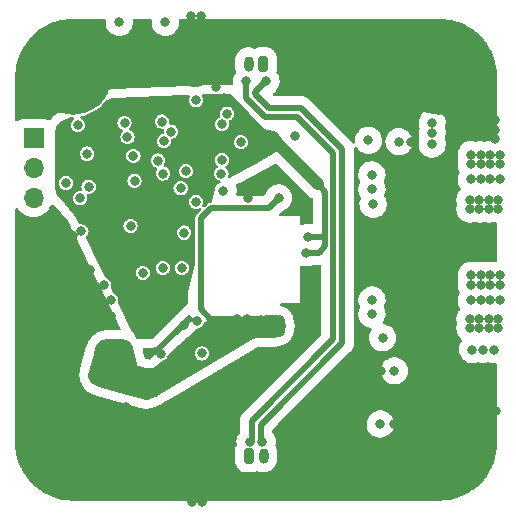
<source format=gbr>
%TF.GenerationSoftware,KiCad,Pcbnew,(6.0.6)*%
%TF.CreationDate,2023-03-01T01:58:38-05:00*%
%TF.ProjectId,Driver-Board,44726976-6572-42d4-926f-6172642e6b69,rev?*%
%TF.SameCoordinates,Original*%
%TF.FileFunction,Copper,L2,Inr*%
%TF.FilePolarity,Positive*%
%FSLAX46Y46*%
G04 Gerber Fmt 4.6, Leading zero omitted, Abs format (unit mm)*
G04 Created by KiCad (PCBNEW (6.0.6)) date 2023-03-01 01:58:38*
%MOMM*%
%LPD*%
G01*
G04 APERTURE LIST*
G04 Aperture macros list*
%AMRoundRect*
0 Rectangle with rounded corners*
0 $1 Rounding radius*
0 $2 $3 $4 $5 $6 $7 $8 $9 X,Y pos of 4 corners*
0 Add a 4 corners polygon primitive as box body*
4,1,4,$2,$3,$4,$5,$6,$7,$8,$9,$2,$3,0*
0 Add four circle primitives for the rounded corners*
1,1,$1+$1,$2,$3*
1,1,$1+$1,$4,$5*
1,1,$1+$1,$6,$7*
1,1,$1+$1,$8,$9*
0 Add four rect primitives between the rounded corners*
20,1,$1+$1,$2,$3,$4,$5,0*
20,1,$1+$1,$4,$5,$6,$7,0*
20,1,$1+$1,$6,$7,$8,$9,0*
20,1,$1+$1,$8,$9,$2,$3,0*%
G04 Aperture macros list end*
%TA.AperFunction,ComponentPad*%
%ADD10RoundRect,0.200000X0.200000X0.450000X-0.200000X0.450000X-0.200000X-0.450000X0.200000X-0.450000X0*%
%TD*%
%TA.AperFunction,ComponentPad*%
%ADD11O,0.800000X1.300000*%
%TD*%
%TA.AperFunction,ComponentPad*%
%ADD12C,0.800000*%
%TD*%
%TA.AperFunction,ComponentPad*%
%ADD13C,6.400000*%
%TD*%
%TA.AperFunction,ComponentPad*%
%ADD14RoundRect,0.200000X-0.200000X-0.450000X0.200000X-0.450000X0.200000X0.450000X-0.200000X0.450000X0*%
%TD*%
%TA.AperFunction,ComponentPad*%
%ADD15R,1.700000X1.700000*%
%TD*%
%TA.AperFunction,ComponentPad*%
%ADD16O,1.700000X1.700000*%
%TD*%
%TA.AperFunction,ViaPad*%
%ADD17C,0.800000*%
%TD*%
%TA.AperFunction,Conductor*%
%ADD18C,0.500000*%
%TD*%
%TA.AperFunction,Conductor*%
%ADD19C,1.000000*%
%TD*%
G04 APERTURE END LIST*
D10*
%TO.N,CAN-*%
%TO.C,J3*%
X82700000Y-73000000D03*
D11*
%TO.N,CAN+*%
X81450000Y-73000000D03*
%TD*%
D12*
%TO.N,GND*%
%TO.C,H2*%
X100000000Y-105100000D03*
X99297056Y-103402944D03*
X97600000Y-107500000D03*
X95902944Y-106797056D03*
D13*
X97600000Y-105100000D03*
D12*
X95200000Y-105100000D03*
X95902944Y-103402944D03*
X99297056Y-106797056D03*
X97600000Y-102700000D03*
%TD*%
D11*
%TO.N,CAN-*%
%TO.C,J2*%
X82725000Y-106200000D03*
D14*
%TO.N,CAN+*%
X81475000Y-106200000D03*
%TD*%
D12*
%TO.N,GND*%
%TO.C,H1*%
X68900000Y-105100000D03*
X64802944Y-103402944D03*
X64100000Y-105100000D03*
X66500000Y-107500000D03*
X64802944Y-106797056D03*
X68197056Y-103402944D03*
X66500000Y-102700000D03*
X68197056Y-106797056D03*
D13*
X66500000Y-105100000D03*
%TD*%
D12*
%TO.N,GND*%
%TO.C,H4*%
X95902944Y-75797056D03*
X99297056Y-72402944D03*
X97600000Y-76500000D03*
X97600000Y-71700000D03*
X100000000Y-74100000D03*
X95200000Y-74100000D03*
D13*
X97600000Y-74100000D03*
D12*
X99297056Y-75797056D03*
X95902944Y-72402944D03*
%TD*%
D15*
%TO.N,+3.3V*%
%TO.C,J1*%
X63250000Y-79280000D03*
D16*
%TO.N,Net-(J1-Pad2)*%
X63250000Y-81820000D03*
%TO.N,Net-(J1-Pad3)*%
X63250000Y-84360000D03*
%TO.N,GND*%
X63250000Y-86900000D03*
%TD*%
D12*
%TO.N,GND*%
%TO.C,H3*%
X64902944Y-75797056D03*
X68297056Y-72402944D03*
X69000000Y-74100000D03*
X64902944Y-72402944D03*
D13*
X66600000Y-74100000D03*
D12*
X64200000Y-74100000D03*
X68297056Y-75797056D03*
X66600000Y-71700000D03*
X66600000Y-76500000D03*
%TD*%
D17*
%TO.N,GND*%
X100800000Y-102400000D03*
X101600000Y-102400000D03*
X102300000Y-79400000D03*
X102300000Y-77800000D03*
X102300000Y-78600000D03*
X102400000Y-102400000D03*
%TO.N,+3.3V*%
X83700000Y-79649000D03*
%TO.N,Net-(R16-Pad1)*%
X97000000Y-79800000D03*
X97000000Y-78900000D03*
X97000000Y-78000000D03*
%TO.N,Net-(R15-Pad1)*%
X100406261Y-97207182D03*
X101300000Y-97200000D03*
X102200000Y-97200000D03*
%TO.N,Net-(R16-Pad1)*%
X100300000Y-82800000D03*
X101100000Y-82800000D03*
X101900000Y-82800000D03*
X102700000Y-82800000D03*
%TO.N,Net-(R15-Pad1)*%
X102700000Y-93000000D03*
X101900000Y-93000000D03*
X101100000Y-93000000D03*
X100300000Y-93000000D03*
%TO.N,B-_OUT*%
X101100000Y-81500000D03*
X101100000Y-80700000D03*
X101900000Y-81500000D03*
X102700000Y-80700000D03*
X101900000Y-80700000D03*
X102700000Y-81500000D03*
X100300000Y-81500000D03*
X100300000Y-80700000D03*
%TO.N,GND*%
X76600000Y-69000000D03*
X76600000Y-71400000D03*
X67300000Y-87200000D03*
X77500000Y-108500000D03*
X74800000Y-72800000D03*
X67200000Y-84400000D03*
X78100000Y-74400000D03*
X76000000Y-87300000D03*
X77489270Y-97532190D03*
X70000000Y-71500000D03*
X93800000Y-103500000D03*
X66999503Y-78200000D03*
X77100000Y-94800000D03*
X76200000Y-101200000D03*
X68000000Y-90500000D03*
X78700000Y-75000000D03*
X76700000Y-108500000D03*
X69800000Y-94400000D03*
X76600000Y-70600000D03*
X96600000Y-94300000D03*
X77400000Y-69000000D03*
X76600000Y-69800000D03*
X76000000Y-95100000D03*
X95200000Y-92900000D03*
X87400000Y-101700000D03*
X72400000Y-103100000D03*
X71458782Y-86724500D03*
X74000000Y-97600000D03*
X79186554Y-78127286D03*
X76700000Y-107700000D03*
X77500000Y-107700000D03*
X69200000Y-91700000D03*
X69400000Y-102000000D03*
X86400000Y-91800000D03*
X86400000Y-85200000D03*
X76700000Y-109300000D03*
X62550000Y-89600000D03*
X74228200Y-82300000D03*
X85600000Y-74700000D03*
X76700000Y-110100000D03*
X69800000Y-93000000D03*
X71100000Y-102100000D03*
X77500000Y-109300000D03*
X95200000Y-79600000D03*
X96700000Y-83700000D03*
X95200000Y-94300000D03*
X66000000Y-83100000D03*
X95300000Y-83700000D03*
X96600000Y-92900000D03*
X62600000Y-99500000D03*
X77400000Y-69800000D03*
X77400000Y-71400000D03*
X77400000Y-70600000D03*
X95900000Y-93600000D03*
X67912299Y-83412299D03*
X96700000Y-82300000D03*
X70950500Y-78000000D03*
X81400000Y-84350500D03*
X92700000Y-99000000D03*
X91400000Y-77800000D03*
X96000000Y-83000000D03*
X95300000Y-82300000D03*
X81400000Y-101500000D03*
X72500000Y-90700000D03*
X77500000Y-110100000D03*
%TO.N,+3.3V*%
X86450000Y-87700000D03*
X70000000Y-76400000D03*
X73900000Y-94100000D03*
X74700000Y-94100000D03*
X70500000Y-69500000D03*
X70600000Y-83300000D03*
X66000000Y-78200000D03*
X73900000Y-94900000D03*
X86350000Y-89000000D03*
X73800000Y-88500000D03*
X79700000Y-76100000D03*
X75000000Y-87300000D03*
%TO.N,I2C1_SDA*%
X71800000Y-82900000D03*
X74200000Y-90300000D03*
%TO.N,B_CURRENT*%
X94200000Y-79600000D03*
X92000000Y-84900000D03*
%TO.N,B_CURRENT_PWM*%
X75700000Y-83550000D03*
X91600000Y-79500000D03*
%TO.N,A_CURRENT*%
X93800000Y-99000000D03*
X92800000Y-96200000D03*
%TO.N,A_CURRENT_PWM*%
X92600000Y-103500000D03*
X77000000Y-84700000D03*
%TO.N,+5V*%
X72800000Y-100900000D03*
X81300000Y-94600000D03*
X84000000Y-84350500D03*
X84100000Y-95700000D03*
X82500000Y-95700000D03*
X69400000Y-96900000D03*
X80500000Y-94600000D03*
X84100000Y-94700000D03*
X72800000Y-99500000D03*
X81300000Y-95400000D03*
X82500000Y-94700000D03*
X68500000Y-99500000D03*
%TO.N,I2C1_SCL*%
X75800000Y-90300000D03*
X71700000Y-80800000D03*
%TO.N,SWDIO*%
X71200000Y-79200000D03*
X67773910Y-80614425D03*
%TO.N,CAN_TX*%
X73774862Y-81200000D03*
X80800000Y-79649000D03*
%TO.N,CAN_RX*%
X85400000Y-79100000D03*
X74277527Y-79566580D03*
%TO.N,CAN_SILENT*%
X74901731Y-78747418D03*
X79628372Y-77230736D03*
%TO.N,ENC_DIR*%
X74100000Y-77900000D03*
%TO.N,A-*%
X91900000Y-93000000D03*
X76150000Y-82100000D03*
%TO.N,A+*%
X79300000Y-83800000D03*
X91900000Y-94200000D03*
%TO.N,A+_OUT*%
X102600000Y-95400000D03*
X102600000Y-94600000D03*
X100200000Y-94600000D03*
X101800000Y-94600000D03*
X101000000Y-94600000D03*
X101800000Y-95400000D03*
X100200000Y-95400000D03*
X101000000Y-95400000D03*
%TO.N,A-_OUT*%
X102700000Y-91700000D03*
X102700000Y-90900000D03*
X101100000Y-90900000D03*
X101100000Y-91700000D03*
X100300000Y-90900000D03*
X101900000Y-90900000D03*
X100300000Y-91700000D03*
X101900000Y-91700000D03*
%TO.N,B-*%
X79200000Y-81150000D03*
X91900000Y-82400000D03*
%TO.N,B+*%
X91900000Y-83620023D03*
X79150000Y-82300000D03*
%TO.N,B+_OUT*%
X101800000Y-85300000D03*
X100200000Y-84500000D03*
X100200000Y-85300000D03*
X102600000Y-84500000D03*
X102600000Y-85300000D03*
X101800000Y-84500000D03*
X101000000Y-85300000D03*
X101000000Y-84500000D03*
%TO.N,LED*%
X74400000Y-69500000D03*
X77000000Y-76100000D03*
%TO.N,CAN-*%
X82925000Y-74500000D03*
X82625000Y-104993422D03*
%TO.N,CAN+*%
X81575000Y-104993422D03*
X81275000Y-74500000D03*
%TD*%
D18*
%TO.N,+3.3V*%
X87925000Y-83825000D02*
X87925000Y-87575000D01*
X87925000Y-87575000D02*
X87925000Y-88475000D01*
D19*
X87300000Y-83200000D02*
X83749000Y-79649000D01*
D18*
X87400000Y-89000000D02*
X86350000Y-89000000D01*
X87300000Y-83200000D02*
X87925000Y-83825000D01*
D19*
X83749000Y-79649000D02*
X83700000Y-79649000D01*
D18*
X87925000Y-88475000D02*
X87400000Y-89000000D01*
X87800000Y-87700000D02*
X87925000Y-87575000D01*
X86450000Y-87700000D02*
X87800000Y-87700000D01*
%TO.N,+5V*%
X77400000Y-93800000D02*
X77400000Y-86100000D01*
X80500000Y-94600000D02*
X78200000Y-94600000D01*
X78200000Y-94600000D02*
X77400000Y-93800000D01*
X78300000Y-85200000D02*
X83150500Y-85200000D01*
X77400000Y-86100000D02*
X78300000Y-85200000D01*
X83150500Y-85200000D02*
X84000000Y-84350500D01*
%TO.N,CAN-*%
X82475001Y-104843423D02*
X82475000Y-103555332D01*
X82475000Y-103555332D02*
X89375000Y-96655332D01*
X85855332Y-76725000D02*
X83155332Y-76725000D01*
X82625000Y-104993422D02*
X82475001Y-104843423D01*
X89375000Y-96655332D02*
X89375000Y-80244668D01*
X89375000Y-80244668D02*
X85855332Y-76725000D01*
X83155332Y-76725000D02*
X82025001Y-75594669D01*
X82025001Y-75399999D02*
X82925000Y-74500000D01*
X82025001Y-75594669D02*
X82025001Y-75399999D01*
%TO.N,CAN+*%
X81575000Y-104993422D02*
X81724999Y-104843423D01*
X81725000Y-103244668D02*
X88625000Y-96344668D01*
X82844668Y-77475000D02*
X81275000Y-75905332D01*
X81724999Y-104843423D02*
X81725000Y-103244668D01*
X85544668Y-77475000D02*
X82844668Y-77475000D01*
X88625000Y-80555332D02*
X85544668Y-77475000D01*
X81275000Y-75905332D02*
X81275000Y-74500000D01*
X88625000Y-96344668D02*
X88625000Y-80555332D01*
%TD*%
%TA.AperFunction,Conductor*%
%TO.N,GND*%
G36*
X69303163Y-69220502D02*
G01*
X69349656Y-69274158D01*
X69360169Y-69341309D01*
X69345646Y-69464017D01*
X69344967Y-69469754D01*
X69358796Y-69680749D01*
X69360217Y-69686345D01*
X69360218Y-69686350D01*
X69382784Y-69775200D01*
X69410845Y-69885690D01*
X69499369Y-70077714D01*
X69621405Y-70250391D01*
X69625539Y-70254418D01*
X69720336Y-70346765D01*
X69772865Y-70397937D01*
X69777661Y-70401142D01*
X69777664Y-70401144D01*
X69913561Y-70491947D01*
X69948677Y-70515411D01*
X69953985Y-70517692D01*
X69953986Y-70517692D01*
X70137650Y-70596600D01*
X70137653Y-70596601D01*
X70142953Y-70598878D01*
X70148582Y-70600152D01*
X70148583Y-70600152D01*
X70343550Y-70644269D01*
X70343553Y-70644269D01*
X70349186Y-70645544D01*
X70354957Y-70645771D01*
X70354959Y-70645771D01*
X70416989Y-70648208D01*
X70560470Y-70653846D01*
X70566179Y-70653018D01*
X70566183Y-70653018D01*
X70764015Y-70624333D01*
X70764019Y-70624332D01*
X70769730Y-70623504D01*
X70848987Y-70596600D01*
X70964483Y-70557395D01*
X70964488Y-70557393D01*
X70969955Y-70555537D01*
X70974998Y-70552713D01*
X71149395Y-70455046D01*
X71149399Y-70455043D01*
X71154442Y-70452219D01*
X71317012Y-70317012D01*
X71452219Y-70154442D01*
X71455043Y-70149399D01*
X71455046Y-70149395D01*
X71552713Y-69974998D01*
X71552714Y-69974996D01*
X71555537Y-69969955D01*
X71557393Y-69964488D01*
X71557395Y-69964483D01*
X71621647Y-69775200D01*
X71623504Y-69769730D01*
X71639481Y-69659545D01*
X71653314Y-69564140D01*
X71653314Y-69564138D01*
X71653846Y-69560470D01*
X71655429Y-69500000D01*
X71643249Y-69367446D01*
X71640546Y-69338029D01*
X71654231Y-69268364D01*
X71703407Y-69217157D01*
X71766017Y-69200500D01*
X73135042Y-69200500D01*
X73203163Y-69220502D01*
X73249656Y-69274158D01*
X73260169Y-69341309D01*
X73245646Y-69464017D01*
X73244967Y-69469754D01*
X73258796Y-69680749D01*
X73260217Y-69686345D01*
X73260218Y-69686350D01*
X73282784Y-69775200D01*
X73310845Y-69885690D01*
X73399369Y-70077714D01*
X73521405Y-70250391D01*
X73525539Y-70254418D01*
X73620336Y-70346765D01*
X73672865Y-70397937D01*
X73677661Y-70401142D01*
X73677664Y-70401144D01*
X73813561Y-70491947D01*
X73848677Y-70515411D01*
X73853985Y-70517692D01*
X73853986Y-70517692D01*
X74037650Y-70596600D01*
X74037653Y-70596601D01*
X74042953Y-70598878D01*
X74048582Y-70600152D01*
X74048583Y-70600152D01*
X74243550Y-70644269D01*
X74243553Y-70644269D01*
X74249186Y-70645544D01*
X74254957Y-70645771D01*
X74254959Y-70645771D01*
X74316989Y-70648208D01*
X74460470Y-70653846D01*
X74466179Y-70653018D01*
X74466183Y-70653018D01*
X74664015Y-70624333D01*
X74664019Y-70624332D01*
X74669730Y-70623504D01*
X74748987Y-70596600D01*
X74864483Y-70557395D01*
X74864488Y-70557393D01*
X74869955Y-70555537D01*
X74874998Y-70552713D01*
X75049395Y-70455046D01*
X75049399Y-70455043D01*
X75054442Y-70452219D01*
X75217012Y-70317012D01*
X75352219Y-70154442D01*
X75355043Y-70149399D01*
X75355046Y-70149395D01*
X75452713Y-69974998D01*
X75452714Y-69974996D01*
X75455537Y-69969955D01*
X75457393Y-69964488D01*
X75457395Y-69964483D01*
X75521647Y-69775200D01*
X75523504Y-69769730D01*
X75539481Y-69659545D01*
X75553314Y-69564140D01*
X75553314Y-69564138D01*
X75553846Y-69560470D01*
X75555429Y-69500000D01*
X75543249Y-69367446D01*
X75540546Y-69338029D01*
X75554231Y-69268364D01*
X75603407Y-69217157D01*
X75666017Y-69200500D01*
X97544517Y-69200500D01*
X97560307Y-69201493D01*
X97589455Y-69205175D01*
X97596462Y-69204488D01*
X97596464Y-69204488D01*
X97603795Y-69203769D01*
X97616822Y-69202492D01*
X97634606Y-69202011D01*
X98021525Y-69218904D01*
X98032473Y-69219862D01*
X98445346Y-69274217D01*
X98456154Y-69276123D01*
X98750188Y-69341309D01*
X98862712Y-69366255D01*
X98873329Y-69369100D01*
X99270484Y-69494323D01*
X99280798Y-69498076D01*
X99665551Y-69657446D01*
X99675486Y-69662079D01*
X100044878Y-69854373D01*
X100054387Y-69859863D01*
X100405593Y-70083606D01*
X100414597Y-70089910D01*
X100715374Y-70320703D01*
X100744979Y-70343420D01*
X100753396Y-70350484D01*
X101049320Y-70621647D01*
X101060414Y-70631813D01*
X101068183Y-70639582D01*
X101081254Y-70653846D01*
X101349514Y-70946601D01*
X101356580Y-70955021D01*
X101610090Y-71285403D01*
X101616394Y-71294407D01*
X101840137Y-71645613D01*
X101845627Y-71655122D01*
X102037921Y-72024514D01*
X102042554Y-72034449D01*
X102186023Y-72380813D01*
X102201921Y-72419194D01*
X102205677Y-72429516D01*
X102330900Y-72826670D01*
X102333745Y-72837288D01*
X102423875Y-73243837D01*
X102425783Y-73254654D01*
X102478950Y-73658502D01*
X102480138Y-73667526D01*
X102481096Y-73678475D01*
X102483732Y-73738840D01*
X102497491Y-74053978D01*
X102496617Y-74075269D01*
X102494825Y-74089455D01*
X102495512Y-74096462D01*
X102495512Y-74096465D01*
X102498899Y-74131005D01*
X102499500Y-74143300D01*
X102499500Y-79461400D01*
X102479498Y-79529521D01*
X102425842Y-79576014D01*
X102406389Y-79583007D01*
X102400953Y-79583941D01*
X102395528Y-79585942D01*
X102395522Y-79585944D01*
X102345860Y-79604265D01*
X102275026Y-79609077D01*
X102255562Y-79603084D01*
X102247831Y-79600000D01*
X102228160Y-79592152D01*
X102222503Y-79591027D01*
X102222497Y-79591025D01*
X102026442Y-79552028D01*
X102026440Y-79552028D01*
X102020775Y-79550901D01*
X102015000Y-79550825D01*
X102014996Y-79550825D01*
X101908976Y-79549437D01*
X101809346Y-79548133D01*
X101803649Y-79549112D01*
X101803648Y-79549112D01*
X101606650Y-79582962D01*
X101606649Y-79582962D01*
X101600953Y-79583941D01*
X101595527Y-79585943D01*
X101595526Y-79585943D01*
X101545860Y-79604265D01*
X101475026Y-79609077D01*
X101455562Y-79603084D01*
X101447831Y-79600000D01*
X101428160Y-79592152D01*
X101422503Y-79591027D01*
X101422497Y-79591025D01*
X101226442Y-79552028D01*
X101226440Y-79552028D01*
X101220775Y-79550901D01*
X101215000Y-79550825D01*
X101214996Y-79550825D01*
X101108976Y-79549437D01*
X101009346Y-79548133D01*
X101003649Y-79549112D01*
X101003648Y-79549112D01*
X100806650Y-79582962D01*
X100806649Y-79582962D01*
X100800953Y-79583941D01*
X100795527Y-79585943D01*
X100795526Y-79585943D01*
X100745860Y-79604265D01*
X100675026Y-79609077D01*
X100655562Y-79603084D01*
X100647831Y-79600000D01*
X100628160Y-79592152D01*
X100622503Y-79591027D01*
X100622497Y-79591025D01*
X100426442Y-79552028D01*
X100426440Y-79552028D01*
X100420775Y-79550901D01*
X100415000Y-79550825D01*
X100414996Y-79550825D01*
X100308976Y-79549437D01*
X100209346Y-79548133D01*
X100203649Y-79549112D01*
X100203648Y-79549112D01*
X100006650Y-79582962D01*
X100006649Y-79582962D01*
X100000953Y-79583941D01*
X99802575Y-79657127D01*
X99797614Y-79660079D01*
X99797613Y-79660079D01*
X99639003Y-79754442D01*
X99620856Y-79765238D01*
X99461881Y-79904655D01*
X99330976Y-80070708D01*
X99328287Y-80075819D01*
X99328285Y-80075822D01*
X99315982Y-80099207D01*
X99232523Y-80257836D01*
X99169820Y-80459773D01*
X99144967Y-80669754D01*
X99158796Y-80880749D01*
X99160219Y-80886350D01*
X99160219Y-80886353D01*
X99207959Y-81074329D01*
X99206169Y-81142708D01*
X99169820Y-81259773D01*
X99144967Y-81469754D01*
X99158796Y-81680749D01*
X99160217Y-81686345D01*
X99160218Y-81686350D01*
X99188140Y-81796290D01*
X99210845Y-81885690D01*
X99299369Y-82077714D01*
X99302702Y-82082430D01*
X99305591Y-82087434D01*
X99303862Y-82088432D01*
X99323953Y-82147151D01*
X99309583Y-82211369D01*
X99232523Y-82357836D01*
X99169820Y-82559773D01*
X99144967Y-82769754D01*
X99158796Y-82980749D01*
X99160217Y-82986345D01*
X99160218Y-82986350D01*
X99207557Y-83172743D01*
X99210845Y-83185690D01*
X99299369Y-83377714D01*
X99317875Y-83403899D01*
X99400459Y-83520753D01*
X99423440Y-83587927D01*
X99406456Y-83656862D01*
X99380643Y-83688201D01*
X99361881Y-83704655D01*
X99230976Y-83870708D01*
X99228287Y-83875819D01*
X99228285Y-83875822D01*
X99211179Y-83908336D01*
X99132523Y-84057836D01*
X99069820Y-84259773D01*
X99044967Y-84469754D01*
X99058796Y-84680749D01*
X99060219Y-84686350D01*
X99060219Y-84686353D01*
X99107959Y-84874329D01*
X99106169Y-84942708D01*
X99093447Y-84983680D01*
X99069820Y-85059773D01*
X99044967Y-85269754D01*
X99058796Y-85480749D01*
X99060217Y-85486345D01*
X99060218Y-85486350D01*
X99062472Y-85495224D01*
X99110845Y-85685690D01*
X99199369Y-85877714D01*
X99321405Y-86050391D01*
X99472865Y-86197937D01*
X99477661Y-86201142D01*
X99477664Y-86201144D01*
X99620936Y-86296875D01*
X99648677Y-86315411D01*
X99653985Y-86317692D01*
X99653986Y-86317692D01*
X99837650Y-86396600D01*
X99837653Y-86396601D01*
X99842953Y-86398878D01*
X99848582Y-86400152D01*
X99848583Y-86400152D01*
X100043550Y-86444269D01*
X100043553Y-86444269D01*
X100049186Y-86445544D01*
X100054957Y-86445771D01*
X100054959Y-86445771D01*
X100116989Y-86448208D01*
X100260470Y-86453846D01*
X100266179Y-86453018D01*
X100266183Y-86453018D01*
X100464015Y-86424333D01*
X100464019Y-86424332D01*
X100469730Y-86423504D01*
X100538521Y-86400153D01*
X100552717Y-86395334D01*
X100623652Y-86392378D01*
X100632152Y-86394813D01*
X100637645Y-86396598D01*
X100642953Y-86398878D01*
X100743577Y-86421647D01*
X100843550Y-86444269D01*
X100843553Y-86444269D01*
X100849186Y-86445544D01*
X100854957Y-86445771D01*
X100854959Y-86445771D01*
X100916989Y-86448208D01*
X101060470Y-86453846D01*
X101066179Y-86453018D01*
X101066183Y-86453018D01*
X101264015Y-86424333D01*
X101264019Y-86424332D01*
X101269730Y-86423504D01*
X101338521Y-86400153D01*
X101352717Y-86395334D01*
X101423652Y-86392378D01*
X101432152Y-86394813D01*
X101437645Y-86396598D01*
X101442953Y-86398878D01*
X101543577Y-86421647D01*
X101643550Y-86444269D01*
X101643553Y-86444269D01*
X101649186Y-86445544D01*
X101654957Y-86445771D01*
X101654959Y-86445771D01*
X101716989Y-86448208D01*
X101860470Y-86453846D01*
X101866179Y-86453018D01*
X101866183Y-86453018D01*
X102064015Y-86424333D01*
X102064019Y-86424332D01*
X102069730Y-86423504D01*
X102138521Y-86400153D01*
X102152717Y-86395334D01*
X102223652Y-86392378D01*
X102232152Y-86394813D01*
X102237645Y-86396598D01*
X102242953Y-86398878D01*
X102401309Y-86434710D01*
X102463334Y-86469253D01*
X102496839Y-86531846D01*
X102499500Y-86557603D01*
X102499500Y-89661400D01*
X102479498Y-89729521D01*
X102425842Y-89776014D01*
X102406389Y-89783007D01*
X102400953Y-89783941D01*
X102395528Y-89785942D01*
X102395522Y-89785944D01*
X102345860Y-89804265D01*
X102275026Y-89809077D01*
X102255562Y-89803084D01*
X102249421Y-89800634D01*
X102228160Y-89792152D01*
X102222503Y-89791027D01*
X102222497Y-89791025D01*
X102026442Y-89752028D01*
X102026440Y-89752028D01*
X102020775Y-89750901D01*
X102015000Y-89750825D01*
X102014996Y-89750825D01*
X101908976Y-89749437D01*
X101809346Y-89748133D01*
X101803649Y-89749112D01*
X101803648Y-89749112D01*
X101606650Y-89782962D01*
X101606649Y-89782962D01*
X101600953Y-89783941D01*
X101595527Y-89785943D01*
X101595526Y-89785943D01*
X101545860Y-89804265D01*
X101475026Y-89809077D01*
X101455562Y-89803084D01*
X101449421Y-89800634D01*
X101428160Y-89792152D01*
X101422503Y-89791027D01*
X101422497Y-89791025D01*
X101226442Y-89752028D01*
X101226440Y-89752028D01*
X101220775Y-89750901D01*
X101215000Y-89750825D01*
X101214996Y-89750825D01*
X101108976Y-89749437D01*
X101009346Y-89748133D01*
X101003649Y-89749112D01*
X101003648Y-89749112D01*
X100806650Y-89782962D01*
X100806649Y-89782962D01*
X100800953Y-89783941D01*
X100795527Y-89785943D01*
X100795526Y-89785943D01*
X100745860Y-89804265D01*
X100675026Y-89809077D01*
X100655562Y-89803084D01*
X100649421Y-89800634D01*
X100628160Y-89792152D01*
X100622503Y-89791027D01*
X100622497Y-89791025D01*
X100426442Y-89752028D01*
X100426440Y-89752028D01*
X100420775Y-89750901D01*
X100415000Y-89750825D01*
X100414996Y-89750825D01*
X100308976Y-89749437D01*
X100209346Y-89748133D01*
X100203649Y-89749112D01*
X100203648Y-89749112D01*
X100006650Y-89782962D01*
X100006649Y-89782962D01*
X100000953Y-89783941D01*
X99802575Y-89857127D01*
X99620856Y-89965238D01*
X99461881Y-90104655D01*
X99330976Y-90270708D01*
X99232523Y-90457836D01*
X99169820Y-90659773D01*
X99144967Y-90869754D01*
X99158796Y-91080749D01*
X99160219Y-91086350D01*
X99160219Y-91086353D01*
X99207959Y-91274329D01*
X99206169Y-91342708D01*
X99186774Y-91405172D01*
X99169820Y-91459773D01*
X99144967Y-91669754D01*
X99158796Y-91880749D01*
X99160217Y-91886345D01*
X99160218Y-91886350D01*
X99205651Y-92065238D01*
X99210845Y-92085690D01*
X99299369Y-92277714D01*
X99302702Y-92282430D01*
X99305591Y-92287434D01*
X99303862Y-92288432D01*
X99323953Y-92347151D01*
X99309583Y-92411369D01*
X99232523Y-92557836D01*
X99169820Y-92759773D01*
X99144967Y-92969754D01*
X99158796Y-93180749D01*
X99160217Y-93186345D01*
X99160218Y-93186350D01*
X99187630Y-93294283D01*
X99210845Y-93385690D01*
X99213262Y-93390933D01*
X99283924Y-93544212D01*
X99299369Y-93577714D01*
X99302702Y-93582430D01*
X99359186Y-93662354D01*
X99382167Y-93729529D01*
X99365182Y-93798464D01*
X99355239Y-93813079D01*
X99234556Y-93966165D01*
X99234549Y-93966175D01*
X99230976Y-93970708D01*
X99228287Y-93975819D01*
X99228285Y-93975822D01*
X99178400Y-94070638D01*
X99132523Y-94157836D01*
X99069820Y-94359773D01*
X99044967Y-94569754D01*
X99058796Y-94780749D01*
X99060219Y-94786350D01*
X99060219Y-94786353D01*
X99107959Y-94974329D01*
X99106169Y-95042708D01*
X99071533Y-95154256D01*
X99069820Y-95159773D01*
X99044967Y-95369754D01*
X99058796Y-95580749D01*
X99060217Y-95586345D01*
X99060218Y-95586350D01*
X99103771Y-95757836D01*
X99110845Y-95785690D01*
X99199369Y-95977714D01*
X99321405Y-96150391D01*
X99325539Y-96154418D01*
X99455551Y-96281070D01*
X99472865Y-96297937D01*
X99480748Y-96303204D01*
X99481877Y-96304555D01*
X99482156Y-96304781D01*
X99482112Y-96304836D01*
X99526275Y-96357678D01*
X99535124Y-96428121D01*
X99509696Y-96485974D01*
X99440818Y-96573347D01*
X99437237Y-96577890D01*
X99434548Y-96583001D01*
X99434546Y-96583004D01*
X99396643Y-96655046D01*
X99338784Y-96765018D01*
X99295840Y-96903320D01*
X99278178Y-96960203D01*
X99276081Y-96966955D01*
X99251228Y-97176936D01*
X99265057Y-97387931D01*
X99266478Y-97393527D01*
X99266479Y-97393532D01*
X99303565Y-97539554D01*
X99317106Y-97592872D01*
X99405630Y-97784896D01*
X99527666Y-97957573D01*
X99679126Y-98105119D01*
X99683922Y-98108324D01*
X99683925Y-98108326D01*
X99822397Y-98200850D01*
X99854938Y-98222593D01*
X99860246Y-98224874D01*
X99860247Y-98224874D01*
X100043911Y-98303782D01*
X100043914Y-98303783D01*
X100049214Y-98306060D01*
X100054843Y-98307334D01*
X100054844Y-98307334D01*
X100249811Y-98351451D01*
X100249814Y-98351451D01*
X100255447Y-98352726D01*
X100261218Y-98352953D01*
X100261220Y-98352953D01*
X100323250Y-98355390D01*
X100466731Y-98361028D01*
X100472440Y-98360200D01*
X100472444Y-98360200D01*
X100611210Y-98340079D01*
X100675991Y-98330686D01*
X100681452Y-98328832D01*
X100681457Y-98328831D01*
X100776413Y-98296597D01*
X100820681Y-98281570D01*
X100891615Y-98278614D01*
X100910921Y-98285116D01*
X100937642Y-98296597D01*
X100937650Y-98296599D01*
X100942953Y-98298878D01*
X101007122Y-98313398D01*
X101143550Y-98344269D01*
X101143553Y-98344269D01*
X101149186Y-98345544D01*
X101154957Y-98345771D01*
X101154959Y-98345771D01*
X101216989Y-98348208D01*
X101360470Y-98353846D01*
X101366179Y-98353018D01*
X101366183Y-98353018D01*
X101564015Y-98324333D01*
X101564019Y-98324332D01*
X101569730Y-98323504D01*
X101708580Y-98276371D01*
X101779514Y-98273415D01*
X101798817Y-98279916D01*
X101842953Y-98298878D01*
X101907122Y-98313398D01*
X102043550Y-98344269D01*
X102043553Y-98344269D01*
X102049186Y-98345544D01*
X102054957Y-98345771D01*
X102054959Y-98345771D01*
X102116989Y-98348208D01*
X102260470Y-98353846D01*
X102305731Y-98347283D01*
X102355420Y-98340079D01*
X102425706Y-98350099D01*
X102479417Y-98396528D01*
X102499500Y-98464775D01*
X102499500Y-105044517D01*
X102498507Y-105060307D01*
X102494825Y-105089455D01*
X102495512Y-105096462D01*
X102495512Y-105096464D01*
X102497508Y-105116817D01*
X102497989Y-105134606D01*
X102481096Y-105521524D01*
X102480138Y-105532473D01*
X102431851Y-105899257D01*
X102425784Y-105945338D01*
X102423875Y-105956163D01*
X102333745Y-106362712D01*
X102330900Y-106373329D01*
X102226349Y-106704924D01*
X102205680Y-106770477D01*
X102201924Y-106780798D01*
X102076405Y-107083829D01*
X102042558Y-107165542D01*
X102037921Y-107175486D01*
X101845627Y-107544878D01*
X101840137Y-107554387D01*
X101616394Y-107905593D01*
X101610090Y-107914597D01*
X101356580Y-108244979D01*
X101349514Y-108253399D01*
X101068187Y-108560414D01*
X101060414Y-108568187D01*
X100753399Y-108849514D01*
X100744979Y-108856580D01*
X100414597Y-109110090D01*
X100405593Y-109116394D01*
X100054387Y-109340137D01*
X100044878Y-109345627D01*
X99675486Y-109537921D01*
X99665551Y-109542554D01*
X99280798Y-109701924D01*
X99270484Y-109705677D01*
X98986613Y-109795182D01*
X98873330Y-109830900D01*
X98862713Y-109833745D01*
X98456154Y-109923877D01*
X98445346Y-109925783D01*
X98032474Y-109980138D01*
X98021525Y-109981096D01*
X97646017Y-109997491D01*
X97624731Y-109996617D01*
X97617535Y-109995708D01*
X97610545Y-109994825D01*
X97603538Y-109995512D01*
X97603535Y-109995512D01*
X97568995Y-109998899D01*
X97556700Y-109999500D01*
X66655483Y-109999500D01*
X66639692Y-109998507D01*
X66638671Y-109998378D01*
X66610545Y-109994825D01*
X66603538Y-109995512D01*
X66603536Y-109995512D01*
X66596205Y-109996231D01*
X66583178Y-109997508D01*
X66565394Y-109997989D01*
X66178475Y-109981096D01*
X66167526Y-109980138D01*
X65754654Y-109925783D01*
X65743846Y-109923877D01*
X65337287Y-109833745D01*
X65326670Y-109830900D01*
X65213387Y-109795182D01*
X64929516Y-109705677D01*
X64919202Y-109701924D01*
X64534449Y-109542554D01*
X64524514Y-109537921D01*
X64155122Y-109345627D01*
X64145613Y-109340137D01*
X63794407Y-109116394D01*
X63785403Y-109110090D01*
X63455021Y-108856580D01*
X63446601Y-108849514D01*
X63139586Y-108568187D01*
X63131813Y-108560414D01*
X62850486Y-108253399D01*
X62843420Y-108244979D01*
X62589910Y-107914597D01*
X62583606Y-107905593D01*
X62359863Y-107554387D01*
X62354373Y-107544878D01*
X62162079Y-107175486D01*
X62157442Y-107165542D01*
X62123596Y-107083829D01*
X61998076Y-106780798D01*
X61994320Y-106770477D01*
X61973652Y-106704924D01*
X61869100Y-106373329D01*
X61866255Y-106362712D01*
X61776125Y-105956163D01*
X61774216Y-105945338D01*
X61768150Y-105899257D01*
X61719862Y-105532473D01*
X61718904Y-105521524D01*
X61711784Y-105358442D01*
X61702763Y-105151841D01*
X61703870Y-105128805D01*
X61703912Y-105128507D01*
X61704955Y-105121088D01*
X61705249Y-105100000D01*
X61701285Y-105064659D01*
X61700500Y-105050615D01*
X61700500Y-85341376D01*
X61720502Y-85273255D01*
X61774158Y-85226762D01*
X61844432Y-85216658D01*
X61909012Y-85246152D01*
X61933932Y-85275540D01*
X61948577Y-85299438D01*
X61951164Y-85303659D01*
X61954376Y-85307419D01*
X61954379Y-85307424D01*
X62007786Y-85369955D01*
X62114776Y-85495224D01*
X62118538Y-85498437D01*
X62302576Y-85655621D01*
X62302581Y-85655624D01*
X62306341Y-85658836D01*
X62521141Y-85790466D01*
X62525711Y-85792359D01*
X62525715Y-85792361D01*
X62749316Y-85884979D01*
X62753889Y-85886873D01*
X62815528Y-85901671D01*
X62994039Y-85944528D01*
X62994045Y-85944529D01*
X62998852Y-85945683D01*
X63250000Y-85965449D01*
X63501148Y-85945683D01*
X63505955Y-85944529D01*
X63505961Y-85944528D01*
X63684472Y-85901671D01*
X63746111Y-85886873D01*
X63750684Y-85884979D01*
X63974285Y-85792361D01*
X63974289Y-85792359D01*
X63978859Y-85790466D01*
X64193659Y-85658836D01*
X64197419Y-85655624D01*
X64197424Y-85655621D01*
X64381462Y-85498437D01*
X64385224Y-85495224D01*
X64492214Y-85369955D01*
X64545621Y-85307424D01*
X64545624Y-85307419D01*
X64548836Y-85303659D01*
X64680466Y-85088859D01*
X64683826Y-85080749D01*
X64724032Y-84983680D01*
X64768580Y-84928399D01*
X64835943Y-84905978D01*
X64904735Y-84923536D01*
X64934340Y-84947882D01*
X64966371Y-84983680D01*
X66155943Y-86313204D01*
X66175172Y-86341743D01*
X66431613Y-86864678D01*
X66431986Y-86865438D01*
X66432351Y-86866135D01*
X66432355Y-86866144D01*
X66449721Y-86899358D01*
X66449741Y-86899395D01*
X66450096Y-86900074D01*
X66456420Y-86911442D01*
X66498340Y-86978316D01*
X66615129Y-87109203D01*
X66668227Y-87156331D01*
X66730685Y-87206121D01*
X66735355Y-87208695D01*
X66877879Y-87287256D01*
X66877881Y-87287257D01*
X66884309Y-87290800D01*
X66898568Y-87294763D01*
X66958844Y-87332274D01*
X66989272Y-87396420D01*
X66983275Y-87459129D01*
X66980199Y-87467609D01*
X66978378Y-87472630D01*
X66977431Y-87477874D01*
X66977429Y-87477880D01*
X66948495Y-87638032D01*
X66947191Y-87645252D01*
X66956653Y-87820413D01*
X66968687Y-87890382D01*
X66976498Y-87929564D01*
X67034926Y-88094964D01*
X68475518Y-91032641D01*
X68658201Y-91405172D01*
X68685223Y-91455388D01*
X68685828Y-91456417D01*
X68685838Y-91456435D01*
X68691173Y-91465510D01*
X68694854Y-91471772D01*
X68749225Y-91551999D01*
X68795793Y-91599437D01*
X68869547Y-91674570D01*
X68869555Y-91674577D01*
X68872110Y-91677180D01*
X68874950Y-91679469D01*
X68874956Y-91679474D01*
X68907353Y-91705580D01*
X68927391Y-91721728D01*
X68959149Y-91745964D01*
X68959606Y-91746219D01*
X69004949Y-91799532D01*
X69015542Y-91856601D01*
X69014764Y-91861479D01*
X69024226Y-92036640D01*
X69036260Y-92106609D01*
X69044071Y-92145792D01*
X69102500Y-92311192D01*
X69151626Y-92411370D01*
X69223451Y-92557836D01*
X69305261Y-92724665D01*
X69332275Y-92774868D01*
X69341905Y-92791251D01*
X69396283Y-92871490D01*
X69400268Y-92875549D01*
X69400270Y-92875552D01*
X69516605Y-92994061D01*
X69516613Y-92994068D01*
X69519168Y-92996671D01*
X69522008Y-92998960D01*
X69522014Y-92998965D01*
X69527895Y-93003704D01*
X69574449Y-93041219D01*
X69575101Y-93041716D01*
X69575127Y-93041737D01*
X69581679Y-93046737D01*
X69623696Y-93103965D01*
X69631054Y-93140103D01*
X69639188Y-93290680D01*
X69651222Y-93360649D01*
X69651369Y-93361386D01*
X69651373Y-93361408D01*
X69653815Y-93373658D01*
X69659033Y-93399832D01*
X69717461Y-93565232D01*
X70161013Y-94469730D01*
X70605893Y-95376936D01*
X70617927Y-95446905D01*
X70590222Y-95512273D01*
X70531575Y-95552286D01*
X70494514Y-95558401D01*
X69410415Y-95573457D01*
X69386784Y-95574422D01*
X69370552Y-95575085D01*
X69370530Y-95575086D01*
X69369727Y-95575119D01*
X69362118Y-95575636D01*
X69356999Y-95575983D01*
X69356984Y-95575984D01*
X69356192Y-95576038D01*
X69336561Y-95577903D01*
X69316612Y-95579798D01*
X69316593Y-95579800D01*
X69315720Y-95579883D01*
X69122552Y-95603491D01*
X69042465Y-95617689D01*
X69040816Y-95618074D01*
X69040801Y-95618077D01*
X69017729Y-95623463D01*
X69016080Y-95623848D01*
X69014467Y-95624318D01*
X69014461Y-95624319D01*
X69002758Y-95627725D01*
X68937962Y-95646582D01*
X68936378Y-95647137D01*
X68936372Y-95647139D01*
X68817459Y-95688810D01*
X68760745Y-95708685D01*
X68685529Y-95739685D01*
X68661071Y-95751343D01*
X68659590Y-95752149D01*
X68659587Y-95752151D01*
X68591139Y-95789424D01*
X68591121Y-95789434D01*
X68589638Y-95790242D01*
X68588177Y-95791143D01*
X68431251Y-95887897D01*
X68431234Y-95887908D01*
X68429794Y-95888796D01*
X68362957Y-95935148D01*
X68361632Y-95936177D01*
X68361629Y-95936179D01*
X68342879Y-95950737D01*
X68342862Y-95950751D01*
X68341556Y-95951765D01*
X68317667Y-95972469D01*
X68298086Y-95989440D01*
X68280072Y-96005052D01*
X68278866Y-96006217D01*
X68278858Y-96006224D01*
X68146213Y-96134323D01*
X68146199Y-96134337D01*
X68144995Y-96135500D01*
X68089594Y-96195093D01*
X68072242Y-96215901D01*
X68071232Y-96217254D01*
X68071221Y-96217268D01*
X68024625Y-96279691D01*
X68023596Y-96281070D01*
X67919534Y-96437372D01*
X67918675Y-96438825D01*
X67918672Y-96438831D01*
X67900421Y-96469730D01*
X67878175Y-96507392D01*
X67865671Y-96531428D01*
X67864974Y-96532965D01*
X67864969Y-96532975D01*
X67838066Y-96592289D01*
X67832059Y-96605534D01*
X67831446Y-96607106D01*
X67763054Y-96782430D01*
X67761331Y-96786846D01*
X67761058Y-96787605D01*
X67761053Y-96787619D01*
X67757569Y-96797314D01*
X67747570Y-96825139D01*
X67743327Y-96838026D01*
X67731648Y-96877000D01*
X67188957Y-98883008D01*
X67180218Y-98918741D01*
X67177595Y-98930723D01*
X67177444Y-98931504D01*
X67177442Y-98931513D01*
X67171152Y-98964019D01*
X67170606Y-98966838D01*
X67141379Y-99140413D01*
X67141199Y-99141926D01*
X67141199Y-99141929D01*
X67136592Y-99180749D01*
X67132711Y-99213444D01*
X67131011Y-99237888D01*
X67129486Y-99311423D01*
X67134234Y-99481209D01*
X67139869Y-99554561D01*
X67142933Y-99578872D01*
X67155666Y-99651289D01*
X67193184Y-99816937D01*
X67212897Y-99887775D01*
X67220607Y-99911033D01*
X67247128Y-99979652D01*
X67316002Y-100134917D01*
X67332452Y-100167607D01*
X67348380Y-100199261D01*
X67348390Y-100199281D01*
X67349069Y-100200629D01*
X67361136Y-100221955D01*
X67400419Y-100284115D01*
X67498035Y-100423104D01*
X67543177Y-100481151D01*
X67559142Y-100499738D01*
X67609732Y-100553141D01*
X67610819Y-100554182D01*
X67610834Y-100554197D01*
X67673887Y-100614575D01*
X67732414Y-100670619D01*
X67787953Y-100718844D01*
X67807205Y-100733982D01*
X67867158Y-100776571D01*
X67868437Y-100777389D01*
X67868446Y-100777395D01*
X68003938Y-100864041D01*
X68010256Y-100868082D01*
X68074059Y-100904636D01*
X68095880Y-100915764D01*
X68162967Y-100945956D01*
X68228266Y-100971597D01*
X68326109Y-101010018D01*
X68326135Y-101010028D01*
X68326823Y-101010298D01*
X68361353Y-101022896D01*
X68372961Y-101026814D01*
X68390021Y-101032113D01*
X68407411Y-101037515D01*
X68407438Y-101037523D01*
X68408114Y-101037733D01*
X68408807Y-101037930D01*
X68408831Y-101037937D01*
X72269897Y-102134801D01*
X72269913Y-102134805D01*
X72270718Y-102135034D01*
X72309458Y-102144939D01*
X72314206Y-102146020D01*
X72321653Y-102147716D01*
X72321688Y-102147723D01*
X72322459Y-102147899D01*
X72361715Y-102155749D01*
X72362510Y-102155886D01*
X72362552Y-102155894D01*
X72485295Y-102177072D01*
X72550308Y-102188290D01*
X72629742Y-102197699D01*
X72631407Y-102197807D01*
X72631415Y-102197808D01*
X72654635Y-102199318D01*
X72654643Y-102199318D01*
X72656330Y-102199428D01*
X72708767Y-102200055D01*
X72734637Y-102200365D01*
X72734641Y-102200365D01*
X72736318Y-102200385D01*
X72738000Y-102200316D01*
X72738001Y-102200316D01*
X72771456Y-102198944D01*
X72816530Y-102197095D01*
X72816533Y-102197095D01*
X72832099Y-102196456D01*
X72920827Y-102192817D01*
X72924007Y-102192517D01*
X72998786Y-102185471D01*
X72998799Y-102185469D01*
X73000459Y-102185313D01*
X73002103Y-102185070D01*
X73002109Y-102185069D01*
X73008170Y-102184172D01*
X73026814Y-102181413D01*
X73028406Y-102181090D01*
X73028426Y-102181087D01*
X73103600Y-102165859D01*
X73103616Y-102165855D01*
X73105212Y-102165532D01*
X73106806Y-102165120D01*
X73106811Y-102165119D01*
X73222440Y-102135244D01*
X73290513Y-102117656D01*
X73328999Y-102106616D01*
X73329792Y-102106366D01*
X73329814Y-102106359D01*
X73335834Y-102104458D01*
X73341718Y-102102600D01*
X73379514Y-102089557D01*
X73380272Y-102089273D01*
X73781232Y-101938913D01*
X73781313Y-101938882D01*
X73781540Y-101938797D01*
X73781766Y-101938709D01*
X73781817Y-101938690D01*
X73796371Y-101933051D01*
X73796756Y-101932902D01*
X73797209Y-101932721D01*
X73801449Y-101931026D01*
X73801515Y-101930999D01*
X73801813Y-101930880D01*
X73816920Y-101924650D01*
X73888960Y-101894022D01*
X73901024Y-101888582D01*
X73918128Y-101880869D01*
X73918158Y-101880855D01*
X73918748Y-101880589D01*
X73928580Y-101875897D01*
X73933032Y-101873653D01*
X73957187Y-101861479D01*
X73957205Y-101861469D01*
X73957746Y-101861197D01*
X74026872Y-101824460D01*
X74041119Y-101816691D01*
X74045873Y-101814032D01*
X74050359Y-101811458D01*
X74059668Y-101806118D01*
X74059744Y-101806074D01*
X74060129Y-101805853D01*
X75412124Y-101010562D01*
X82276156Y-96972896D01*
X82340041Y-96955500D01*
X83593813Y-96955500D01*
X83630901Y-96954589D01*
X83643251Y-96953982D01*
X83680218Y-96951255D01*
X83736860Y-96945676D01*
X83855243Y-96934016D01*
X83855248Y-96934015D01*
X83856795Y-96933863D01*
X83858324Y-96933636D01*
X83858342Y-96933634D01*
X83928557Y-96923219D01*
X83928562Y-96923218D01*
X83930100Y-96922990D01*
X83954317Y-96918174D01*
X83955780Y-96917808D01*
X83955796Y-96917804D01*
X84002469Y-96906114D01*
X84026262Y-96900155D01*
X84027728Y-96899710D01*
X84027740Y-96899707D01*
X84158496Y-96860043D01*
X84186740Y-96851476D01*
X84205234Y-96847355D01*
X84364016Y-96824333D01*
X84364021Y-96824332D01*
X84369730Y-96823504D01*
X84375194Y-96821649D01*
X84375199Y-96821648D01*
X84564483Y-96757395D01*
X84564488Y-96757393D01*
X84569955Y-96755537D01*
X84574998Y-96752713D01*
X84749395Y-96655046D01*
X84749399Y-96655043D01*
X84754442Y-96652219D01*
X84917012Y-96517012D01*
X85052219Y-96354442D01*
X85055043Y-96349399D01*
X85055046Y-96349395D01*
X85152713Y-96174998D01*
X85152714Y-96174996D01*
X85155537Y-96169955D01*
X85157393Y-96164488D01*
X85157395Y-96164483D01*
X85221648Y-95975199D01*
X85221649Y-95975194D01*
X85223504Y-95969730D01*
X85224332Y-95964021D01*
X85224333Y-95964016D01*
X85247355Y-95805234D01*
X85251476Y-95786739D01*
X85258570Y-95763354D01*
X85300155Y-95626263D01*
X85318172Y-95554328D01*
X85322989Y-95530108D01*
X85328281Y-95494430D01*
X85333637Y-95458324D01*
X85333640Y-95458303D01*
X85333864Y-95456790D01*
X85341869Y-95375520D01*
X85350468Y-95288209D01*
X85350468Y-95288207D01*
X85350622Y-95286645D01*
X85354259Y-95211182D01*
X85354212Y-95186007D01*
X85350289Y-95110520D01*
X85333387Y-94945323D01*
X85321658Y-94869225D01*
X85316464Y-94844108D01*
X85297050Y-94769602D01*
X85293737Y-94759109D01*
X85251447Y-94625189D01*
X85246128Y-94598777D01*
X85236610Y-94495197D01*
X85236081Y-94489440D01*
X85178686Y-94285931D01*
X85167282Y-94262805D01*
X85087719Y-94101469D01*
X85085165Y-94096290D01*
X84958651Y-93926867D01*
X84826443Y-93804655D01*
X84807622Y-93787257D01*
X84807620Y-93787255D01*
X84803381Y-93783337D01*
X84624554Y-93670505D01*
X84428160Y-93592152D01*
X84422503Y-93591027D01*
X84422497Y-93591025D01*
X84226443Y-93552028D01*
X84226438Y-93552028D01*
X84220775Y-93550901D01*
X84218542Y-93550872D01*
X84153950Y-93524297D01*
X84113320Y-93466076D01*
X84110617Y-93395131D01*
X84146698Y-93333987D01*
X84210109Y-93302056D01*
X84232777Y-93300000D01*
X85800000Y-93300000D01*
X85800000Y-90207250D01*
X85820002Y-90139129D01*
X85873658Y-90092636D01*
X85943932Y-90082532D01*
X85975737Y-90091482D01*
X85987642Y-90096597D01*
X85987649Y-90096599D01*
X85992953Y-90098878D01*
X86093577Y-90121647D01*
X86193550Y-90144269D01*
X86193553Y-90144269D01*
X86199186Y-90145544D01*
X86204957Y-90145771D01*
X86204959Y-90145771D01*
X86266989Y-90148208D01*
X86410470Y-90153846D01*
X86416179Y-90153018D01*
X86416183Y-90153018D01*
X86614015Y-90124333D01*
X86614019Y-90124332D01*
X86619730Y-90123504D01*
X86714064Y-90091482D01*
X86814483Y-90057395D01*
X86814488Y-90057393D01*
X86819955Y-90055537D01*
X86889543Y-90016566D01*
X86951109Y-90000500D01*
X87383830Y-90000500D01*
X87387349Y-90000549D01*
X87467271Y-90002782D01*
X87467274Y-90002782D01*
X87473653Y-90002960D01*
X87479938Y-90001852D01*
X87486307Y-90001384D01*
X87486465Y-90003535D01*
X87547179Y-90010306D01*
X87602283Y-90055073D01*
X87624500Y-90126523D01*
X87624500Y-95878057D01*
X87604498Y-95946178D01*
X87587595Y-95967152D01*
X81028987Y-102525761D01*
X81026466Y-102528213D01*
X80963720Y-102587549D01*
X80960058Y-102592779D01*
X80929117Y-102636968D01*
X80923546Y-102644333D01*
X80885427Y-102691071D01*
X80875957Y-102709185D01*
X80872095Y-102716573D01*
X80863649Y-102730465D01*
X80847137Y-102754046D01*
X80844602Y-102759905D01*
X80823181Y-102809404D01*
X80819206Y-102817738D01*
X80791258Y-102871198D01*
X80789498Y-102877336D01*
X80783324Y-102898867D01*
X80777842Y-102914177D01*
X80766414Y-102940586D01*
X80765108Y-102946836D01*
X80765108Y-102946837D01*
X80754077Y-102999638D01*
X80751859Y-103008600D01*
X80735234Y-103066581D01*
X80734745Y-103072937D01*
X80734744Y-103072942D01*
X80733026Y-103095278D01*
X80730735Y-103111372D01*
X80724849Y-103139547D01*
X80724500Y-103146206D01*
X80724500Y-103201233D01*
X80724129Y-103210900D01*
X80719640Y-103269239D01*
X80720440Y-103275571D01*
X80723506Y-103299841D01*
X80724500Y-103315633D01*
X80724499Y-104170091D01*
X80704497Y-104238212D01*
X80697449Y-104248096D01*
X80605976Y-104364130D01*
X80507523Y-104551258D01*
X80444820Y-104753195D01*
X80419967Y-104963176D01*
X80433796Y-105174171D01*
X80435218Y-105179770D01*
X80444718Y-105217175D01*
X80442100Y-105288124D01*
X80434256Y-105306567D01*
X80419231Y-105335308D01*
X80387923Y-105395194D01*
X80334698Y-105580813D01*
X80324500Y-105695076D01*
X80324500Y-106704924D01*
X80334698Y-106819187D01*
X80336351Y-106824951D01*
X80383076Y-106987901D01*
X80387923Y-107004806D01*
X80477385Y-107175930D01*
X80481414Y-107180870D01*
X80481416Y-107180873D01*
X80595400Y-107320631D01*
X80599429Y-107325571D01*
X80604369Y-107329600D01*
X80739736Y-107440002D01*
X80749070Y-107447615D01*
X80920194Y-107537077D01*
X80926322Y-107538834D01*
X80926324Y-107538835D01*
X80996562Y-107558975D01*
X81105813Y-107590302D01*
X81138096Y-107593183D01*
X81217283Y-107600251D01*
X81217289Y-107600251D01*
X81220076Y-107600500D01*
X81729924Y-107600500D01*
X81732711Y-107600251D01*
X81732717Y-107600251D01*
X81811904Y-107593183D01*
X81844187Y-107590302D01*
X82029806Y-107537077D01*
X82093662Y-107503694D01*
X82114835Y-107492625D01*
X82184471Y-107478791D01*
X82219900Y-107487257D01*
X82349183Y-107538835D01*
X82396840Y-107557848D01*
X82402497Y-107558973D01*
X82402503Y-107558975D01*
X82598558Y-107597972D01*
X82598560Y-107597972D01*
X82604225Y-107599099D01*
X82610000Y-107599175D01*
X82610004Y-107599175D01*
X82716024Y-107600563D01*
X82815654Y-107601867D01*
X82831321Y-107599175D01*
X83018350Y-107567038D01*
X83018351Y-107567038D01*
X83024047Y-107566059D01*
X83222425Y-107492873D01*
X83231865Y-107487257D01*
X83399179Y-107387716D01*
X83399180Y-107387715D01*
X83404144Y-107384762D01*
X83563119Y-107245345D01*
X83694024Y-107079292D01*
X83730242Y-107010454D01*
X83789785Y-106897280D01*
X83792477Y-106892164D01*
X83849749Y-106707717D01*
X83853467Y-106695744D01*
X83853467Y-106695743D01*
X83855180Y-106690227D01*
X83856887Y-106675801D01*
X83875064Y-106522232D01*
X83875064Y-106522225D01*
X83875500Y-106518545D01*
X83875500Y-105896359D01*
X83861081Y-105739440D01*
X83849360Y-105697878D01*
X83805255Y-105541495D01*
X83803686Y-105535931D01*
X83739241Y-105405249D01*
X83727051Y-105335308D01*
X83732932Y-105309026D01*
X83748504Y-105263152D01*
X83762243Y-105168403D01*
X83778314Y-105057562D01*
X83778314Y-105057560D01*
X83778846Y-105053892D01*
X83780429Y-104993422D01*
X83761081Y-104782862D01*
X83703686Y-104579353D01*
X83692858Y-104557395D01*
X83612719Y-104394891D01*
X83610165Y-104389712D01*
X83500542Y-104242909D01*
X83475810Y-104176359D01*
X83475500Y-104167520D01*
X83475500Y-104021943D01*
X83495502Y-103953822D01*
X83512405Y-103932848D01*
X83975499Y-103469754D01*
X91444967Y-103469754D01*
X91458796Y-103680749D01*
X91460217Y-103686345D01*
X91460218Y-103686350D01*
X91482784Y-103775200D01*
X91510845Y-103885690D01*
X91599369Y-104077714D01*
X91721405Y-104250391D01*
X91872865Y-104397937D01*
X91877661Y-104401142D01*
X91877664Y-104401144D01*
X92020936Y-104496875D01*
X92048677Y-104515411D01*
X92053985Y-104517692D01*
X92053986Y-104517692D01*
X92237650Y-104596600D01*
X92237653Y-104596601D01*
X92242953Y-104598878D01*
X92248582Y-104600152D01*
X92248583Y-104600152D01*
X92443550Y-104644269D01*
X92443553Y-104644269D01*
X92449186Y-104645544D01*
X92454957Y-104645771D01*
X92454959Y-104645771D01*
X92516989Y-104648208D01*
X92660470Y-104653846D01*
X92666179Y-104653018D01*
X92666183Y-104653018D01*
X92864015Y-104624333D01*
X92864019Y-104624332D01*
X92869730Y-104623504D01*
X92948987Y-104596600D01*
X93064483Y-104557395D01*
X93064488Y-104557393D01*
X93069955Y-104555537D01*
X93086731Y-104546142D01*
X93249395Y-104455046D01*
X93249399Y-104455043D01*
X93254442Y-104452219D01*
X93417012Y-104317012D01*
X93552219Y-104154442D01*
X93555043Y-104149399D01*
X93555046Y-104149395D01*
X93652713Y-103974998D01*
X93652714Y-103974996D01*
X93655537Y-103969955D01*
X93657393Y-103964488D01*
X93657395Y-103964483D01*
X93721647Y-103775200D01*
X93723504Y-103769730D01*
X93753846Y-103560470D01*
X93755429Y-103500000D01*
X93736081Y-103289440D01*
X93678686Y-103085931D01*
X93667553Y-103063354D01*
X93587719Y-102901469D01*
X93585165Y-102896290D01*
X93483322Y-102759905D01*
X93462104Y-102731491D01*
X93462103Y-102731490D01*
X93458651Y-102726867D01*
X93358286Y-102634090D01*
X93307622Y-102587257D01*
X93307620Y-102587255D01*
X93303381Y-102583337D01*
X93124554Y-102470505D01*
X92928160Y-102392152D01*
X92922503Y-102391027D01*
X92922497Y-102391025D01*
X92726442Y-102352028D01*
X92726440Y-102352028D01*
X92720775Y-102350901D01*
X92715000Y-102350825D01*
X92714996Y-102350825D01*
X92608976Y-102349437D01*
X92509346Y-102348133D01*
X92503649Y-102349112D01*
X92503648Y-102349112D01*
X92306650Y-102382962D01*
X92306649Y-102382962D01*
X92300953Y-102383941D01*
X92102575Y-102457127D01*
X92097614Y-102460079D01*
X92097613Y-102460079D01*
X92080089Y-102470505D01*
X91920856Y-102565238D01*
X91761881Y-102704655D01*
X91630976Y-102870708D01*
X91628287Y-102875819D01*
X91628285Y-102875822D01*
X91578400Y-102970638D01*
X91532523Y-103057836D01*
X91469820Y-103259773D01*
X91444967Y-103469754D01*
X83975499Y-103469754D01*
X88475499Y-98969754D01*
X92644967Y-98969754D01*
X92658796Y-99180749D01*
X92660217Y-99186345D01*
X92660218Y-99186350D01*
X92709424Y-99380095D01*
X92710845Y-99385690D01*
X92799369Y-99577714D01*
X92921405Y-99750391D01*
X93072865Y-99897937D01*
X93077661Y-99901142D01*
X93077664Y-99901144D01*
X93192976Y-99978193D01*
X93248677Y-100015411D01*
X93253985Y-100017692D01*
X93253986Y-100017692D01*
X93437650Y-100096600D01*
X93437653Y-100096601D01*
X93442953Y-100098878D01*
X93448582Y-100100152D01*
X93448583Y-100100152D01*
X93643550Y-100144269D01*
X93643553Y-100144269D01*
X93649186Y-100145544D01*
X93654957Y-100145771D01*
X93654959Y-100145771D01*
X93716989Y-100148208D01*
X93860470Y-100153846D01*
X93866179Y-100153018D01*
X93866183Y-100153018D01*
X94064015Y-100124333D01*
X94064019Y-100124332D01*
X94069730Y-100123504D01*
X94148987Y-100096600D01*
X94264483Y-100057395D01*
X94264488Y-100057393D01*
X94269955Y-100055537D01*
X94274998Y-100052713D01*
X94449395Y-99955046D01*
X94449399Y-99955043D01*
X94454442Y-99952219D01*
X94617012Y-99817012D01*
X94752219Y-99654442D01*
X94755043Y-99649399D01*
X94755046Y-99649395D01*
X94852713Y-99474998D01*
X94852714Y-99474996D01*
X94855537Y-99469955D01*
X94857393Y-99464488D01*
X94857395Y-99464483D01*
X94921647Y-99275200D01*
X94923504Y-99269730D01*
X94931666Y-99213444D01*
X94953314Y-99064140D01*
X94953314Y-99064138D01*
X94953846Y-99060470D01*
X94955429Y-99000000D01*
X94936081Y-98789440D01*
X94878686Y-98585931D01*
X94867553Y-98563354D01*
X94787719Y-98401469D01*
X94785165Y-98396290D01*
X94658651Y-98226867D01*
X94526945Y-98105119D01*
X94507622Y-98087257D01*
X94507620Y-98087255D01*
X94503381Y-98083337D01*
X94441828Y-98044500D01*
X94329434Y-97973584D01*
X94329433Y-97973584D01*
X94324554Y-97970505D01*
X94128160Y-97892152D01*
X94122503Y-97891027D01*
X94122497Y-97891025D01*
X93926442Y-97852028D01*
X93926440Y-97852028D01*
X93920775Y-97850901D01*
X93915000Y-97850825D01*
X93914996Y-97850825D01*
X93808976Y-97849437D01*
X93709346Y-97848133D01*
X93703649Y-97849112D01*
X93703648Y-97849112D01*
X93506650Y-97882962D01*
X93506649Y-97882962D01*
X93500953Y-97883941D01*
X93302575Y-97957127D01*
X93297614Y-97960079D01*
X93297613Y-97960079D01*
X93155714Y-98044500D01*
X93120856Y-98065238D01*
X92961881Y-98204655D01*
X92830976Y-98370708D01*
X92828287Y-98375819D01*
X92828285Y-98375822D01*
X92817391Y-98396528D01*
X92732523Y-98557836D01*
X92669820Y-98759773D01*
X92644967Y-98969754D01*
X88475499Y-98969754D01*
X90071032Y-97374221D01*
X90073554Y-97371768D01*
X90131639Y-97316840D01*
X90131640Y-97316839D01*
X90136280Y-97312451D01*
X90152389Y-97289446D01*
X90170882Y-97263035D01*
X90176434Y-97255693D01*
X90214574Y-97208928D01*
X90227912Y-97183415D01*
X90236353Y-97169532D01*
X90252863Y-97145953D01*
X90276817Y-97090598D01*
X90280792Y-97082264D01*
X90297046Y-97051173D01*
X90308742Y-97028801D01*
X90310499Y-97022673D01*
X90310502Y-97022666D01*
X90316677Y-97001129D01*
X90322156Y-96985827D01*
X90333586Y-96959413D01*
X90345924Y-96900353D01*
X90348130Y-96891437D01*
X90364767Y-96833419D01*
X90365343Y-96825940D01*
X90366975Y-96804719D01*
X90369267Y-96788617D01*
X90374160Y-96765197D01*
X90374161Y-96765193D01*
X90375151Y-96760452D01*
X90375500Y-96753793D01*
X90375500Y-96698769D01*
X90375871Y-96689103D01*
X90379871Y-96637117D01*
X90380360Y-96630761D01*
X90379561Y-96624438D01*
X90379561Y-96624427D01*
X90376494Y-96600150D01*
X90375500Y-96584358D01*
X90375500Y-94169754D01*
X90744967Y-94169754D01*
X90758796Y-94380749D01*
X90760217Y-94386345D01*
X90760218Y-94386350D01*
X90796262Y-94528271D01*
X90810845Y-94585690D01*
X90813262Y-94590933D01*
X90896951Y-94772469D01*
X90899369Y-94777714D01*
X91021405Y-94950391D01*
X91025539Y-94954418D01*
X91166927Y-95092152D01*
X91172865Y-95097937D01*
X91177661Y-95101142D01*
X91177664Y-95101144D01*
X91302320Y-95184436D01*
X91348677Y-95215411D01*
X91353985Y-95217692D01*
X91353986Y-95217692D01*
X91537650Y-95296600D01*
X91537653Y-95296601D01*
X91542953Y-95298878D01*
X91548582Y-95300152D01*
X91548583Y-95300152D01*
X91743550Y-95344269D01*
X91743553Y-95344269D01*
X91749186Y-95345544D01*
X91754958Y-95345771D01*
X91760687Y-95346525D01*
X91760487Y-95348041D01*
X91820872Y-95368376D01*
X91865225Y-95423814D01*
X91872564Y-95494430D01*
X91847595Y-95549627D01*
X91830976Y-95570708D01*
X91828287Y-95575819D01*
X91828285Y-95575822D01*
X91802770Y-95624319D01*
X91732523Y-95757836D01*
X91692138Y-95887897D01*
X91672307Y-95951765D01*
X91669820Y-95959773D01*
X91644967Y-96169754D01*
X91658796Y-96380749D01*
X91660217Y-96386345D01*
X91660218Y-96386350D01*
X91697064Y-96531428D01*
X91710845Y-96585690D01*
X91713262Y-96590933D01*
X91719993Y-96605534D01*
X91799369Y-96777714D01*
X91921405Y-96950391D01*
X92072865Y-97097937D01*
X92077661Y-97101142D01*
X92077664Y-97101144D01*
X92179999Y-97169522D01*
X92248677Y-97215411D01*
X92253985Y-97217692D01*
X92253986Y-97217692D01*
X92437650Y-97296600D01*
X92437653Y-97296601D01*
X92442953Y-97298878D01*
X92448582Y-97300152D01*
X92448583Y-97300152D01*
X92643550Y-97344269D01*
X92643553Y-97344269D01*
X92649186Y-97345544D01*
X92654957Y-97345771D01*
X92654959Y-97345771D01*
X92716989Y-97348208D01*
X92860470Y-97353846D01*
X92866179Y-97353018D01*
X92866183Y-97353018D01*
X93064015Y-97324333D01*
X93064019Y-97324332D01*
X93069730Y-97323504D01*
X93178567Y-97286559D01*
X93264483Y-97257395D01*
X93264488Y-97257393D01*
X93269955Y-97255537D01*
X93274998Y-97252713D01*
X93449395Y-97155046D01*
X93449399Y-97155043D01*
X93454442Y-97152219D01*
X93617012Y-97017012D01*
X93752219Y-96854442D01*
X93755043Y-96849399D01*
X93755046Y-96849395D01*
X93852713Y-96674998D01*
X93852714Y-96674996D01*
X93855537Y-96669955D01*
X93857393Y-96664488D01*
X93857395Y-96664483D01*
X93910213Y-96508885D01*
X93923504Y-96469730D01*
X93927985Y-96438831D01*
X93953314Y-96264140D01*
X93953314Y-96264138D01*
X93953846Y-96260470D01*
X93955429Y-96200000D01*
X93936081Y-95989440D01*
X93925767Y-95952867D01*
X93884130Y-95805234D01*
X93878686Y-95785931D01*
X93867553Y-95763354D01*
X93787719Y-95601469D01*
X93785165Y-95596290D01*
X93658651Y-95426867D01*
X93558286Y-95334090D01*
X93507622Y-95287257D01*
X93507620Y-95287255D01*
X93503381Y-95283337D01*
X93498498Y-95280256D01*
X93329434Y-95173584D01*
X93329433Y-95173584D01*
X93324554Y-95170505D01*
X93128160Y-95092152D01*
X92928710Y-95052479D01*
X92865801Y-95019573D01*
X92830669Y-94957878D01*
X92834469Y-94886983D01*
X92849144Y-94858139D01*
X92852219Y-94854442D01*
X92955537Y-94669955D01*
X92957393Y-94664488D01*
X92957395Y-94664483D01*
X93021647Y-94475200D01*
X93023504Y-94469730D01*
X93028129Y-94437838D01*
X93053314Y-94264140D01*
X93053314Y-94264138D01*
X93053846Y-94260470D01*
X93055429Y-94200000D01*
X93036081Y-93989440D01*
X93032241Y-93975822D01*
X92986342Y-93813079D01*
X92978686Y-93785931D01*
X92976132Y-93780753D01*
X92976129Y-93780744D01*
X92914308Y-93655384D01*
X92902118Y-93585442D01*
X92917380Y-93538090D01*
X92952712Y-93475001D01*
X92952716Y-93474993D01*
X92955537Y-93469955D01*
X92957393Y-93464488D01*
X92957395Y-93464483D01*
X93021647Y-93275200D01*
X93023504Y-93269730D01*
X93042300Y-93140103D01*
X93053314Y-93064140D01*
X93053314Y-93064138D01*
X93053846Y-93060470D01*
X93055429Y-93000000D01*
X93036081Y-92789440D01*
X92978686Y-92585931D01*
X92967553Y-92563354D01*
X92887719Y-92401469D01*
X92885165Y-92396290D01*
X92758651Y-92226867D01*
X92627726Y-92105841D01*
X92607622Y-92087257D01*
X92607620Y-92087255D01*
X92603381Y-92083337D01*
X92570014Y-92062284D01*
X92429434Y-91973584D01*
X92429433Y-91973584D01*
X92424554Y-91970505D01*
X92228160Y-91892152D01*
X92222503Y-91891027D01*
X92222497Y-91891025D01*
X92026442Y-91852028D01*
X92026440Y-91852028D01*
X92020775Y-91850901D01*
X92015000Y-91850825D01*
X92014996Y-91850825D01*
X91908976Y-91849437D01*
X91809346Y-91848133D01*
X91803649Y-91849112D01*
X91803648Y-91849112D01*
X91606650Y-91882962D01*
X91606649Y-91882962D01*
X91600953Y-91883941D01*
X91402575Y-91957127D01*
X91397614Y-91960079D01*
X91397613Y-91960079D01*
X91275059Y-92032991D01*
X91220856Y-92065238D01*
X91061881Y-92204655D01*
X90930976Y-92370708D01*
X90928287Y-92375819D01*
X90928285Y-92375822D01*
X90878400Y-92470638D01*
X90832523Y-92557836D01*
X90769820Y-92759773D01*
X90744967Y-92969754D01*
X90758796Y-93180749D01*
X90760217Y-93186345D01*
X90760218Y-93186350D01*
X90787630Y-93294283D01*
X90810845Y-93385690D01*
X90886395Y-93549572D01*
X90896750Y-93619807D01*
X90883477Y-93660989D01*
X90832523Y-93757836D01*
X90769820Y-93959773D01*
X90744967Y-94169754D01*
X90375500Y-94169754D01*
X90375500Y-83589777D01*
X90744967Y-83589777D01*
X90758796Y-83800772D01*
X90760217Y-83806368D01*
X90760218Y-83806373D01*
X90791933Y-83931249D01*
X90810845Y-84005713D01*
X90899369Y-84197737D01*
X90902702Y-84202453D01*
X90952257Y-84272572D01*
X90975238Y-84339746D01*
X90960868Y-84403959D01*
X90935215Y-84452717D01*
X90935210Y-84452728D01*
X90932523Y-84457836D01*
X90869820Y-84659773D01*
X90844967Y-84869754D01*
X90858796Y-85080749D01*
X90860217Y-85086345D01*
X90860218Y-85086350D01*
X90905341Y-85264019D01*
X90910845Y-85285690D01*
X90913262Y-85290933D01*
X90992521Y-85462859D01*
X90999369Y-85477714D01*
X91121405Y-85650391D01*
X91272865Y-85797937D01*
X91277661Y-85801142D01*
X91277664Y-85801144D01*
X91415919Y-85893523D01*
X91448677Y-85915411D01*
X91453985Y-85917692D01*
X91453986Y-85917692D01*
X91637650Y-85996600D01*
X91637653Y-85996601D01*
X91642953Y-85998878D01*
X91648582Y-86000152D01*
X91648583Y-86000152D01*
X91843550Y-86044269D01*
X91843553Y-86044269D01*
X91849186Y-86045544D01*
X91854957Y-86045771D01*
X91854959Y-86045771D01*
X91916989Y-86048208D01*
X92060470Y-86053846D01*
X92066179Y-86053018D01*
X92066183Y-86053018D01*
X92264015Y-86024333D01*
X92264019Y-86024332D01*
X92269730Y-86023504D01*
X92348987Y-85996600D01*
X92464483Y-85957395D01*
X92464488Y-85957393D01*
X92469955Y-85955537D01*
X92536777Y-85918115D01*
X92649395Y-85855046D01*
X92649399Y-85855043D01*
X92654442Y-85852219D01*
X92817012Y-85717012D01*
X92952219Y-85554442D01*
X92955043Y-85549399D01*
X92955046Y-85549395D01*
X93052713Y-85374998D01*
X93052714Y-85374996D01*
X93055537Y-85369955D01*
X93057393Y-85364488D01*
X93057395Y-85364483D01*
X93121647Y-85175200D01*
X93123504Y-85169730D01*
X93135894Y-85084285D01*
X93153314Y-84964140D01*
X93153314Y-84964138D01*
X93153846Y-84960470D01*
X93155429Y-84900000D01*
X93136081Y-84689440D01*
X93132004Y-84674982D01*
X93080255Y-84491496D01*
X93078686Y-84485931D01*
X93071656Y-84471674D01*
X92987719Y-84301469D01*
X92985165Y-84296290D01*
X92981712Y-84291666D01*
X92981706Y-84291656D01*
X92951168Y-84250761D01*
X92926436Y-84184212D01*
X92942192Y-84113808D01*
X92955537Y-84089978D01*
X92957393Y-84084511D01*
X92957395Y-84084506D01*
X93017196Y-83908336D01*
X93023504Y-83889753D01*
X93026266Y-83870708D01*
X93053314Y-83684163D01*
X93053314Y-83684161D01*
X93053846Y-83680493D01*
X93055429Y-83620023D01*
X93036081Y-83409463D01*
X92978686Y-83205954D01*
X92975559Y-83199612D01*
X92938583Y-83124634D01*
X92909057Y-83064760D01*
X92896867Y-82994820D01*
X92912129Y-82947467D01*
X92952714Y-82874998D01*
X92952719Y-82874988D01*
X92955537Y-82869955D01*
X93023504Y-82669730D01*
X93039448Y-82559773D01*
X93053314Y-82464140D01*
X93053314Y-82464138D01*
X93053846Y-82460470D01*
X93055429Y-82400000D01*
X93036081Y-82189440D01*
X92978686Y-81985931D01*
X92967553Y-81963354D01*
X92887719Y-81801469D01*
X92885165Y-81796290D01*
X92758651Y-81626867D01*
X92603381Y-81483337D01*
X92424554Y-81370505D01*
X92228160Y-81292152D01*
X92222503Y-81291027D01*
X92222497Y-81291025D01*
X92026442Y-81252028D01*
X92026440Y-81252028D01*
X92020775Y-81250901D01*
X92015000Y-81250825D01*
X92014996Y-81250825D01*
X91908976Y-81249437D01*
X91809346Y-81248133D01*
X91803649Y-81249112D01*
X91803648Y-81249112D01*
X91606650Y-81282962D01*
X91606649Y-81282962D01*
X91600953Y-81283941D01*
X91402575Y-81357127D01*
X91397614Y-81360079D01*
X91397613Y-81360079D01*
X91254418Y-81445271D01*
X91220856Y-81465238D01*
X91061881Y-81604655D01*
X90930976Y-81770708D01*
X90928287Y-81775819D01*
X90928285Y-81775822D01*
X90914792Y-81801469D01*
X90832523Y-81957836D01*
X90769820Y-82159773D01*
X90744967Y-82369754D01*
X90758796Y-82580749D01*
X90760217Y-82586345D01*
X90760218Y-82586350D01*
X90797528Y-82733255D01*
X90810845Y-82785690D01*
X90891315Y-82960244D01*
X90901670Y-83030479D01*
X90888397Y-83071660D01*
X90832523Y-83177859D01*
X90769820Y-83379796D01*
X90744967Y-83589777D01*
X90375500Y-83589777D01*
X90375500Y-80260816D01*
X90375549Y-80257298D01*
X90377781Y-80177394D01*
X90377781Y-80177392D01*
X90377959Y-80171015D01*
X90377355Y-80167592D01*
X90392097Y-80099207D01*
X90442205Y-80048911D01*
X90511551Y-80033689D01*
X90578117Y-80058375D01*
X90605695Y-80086665D01*
X90721405Y-80250391D01*
X90730296Y-80259052D01*
X90856947Y-80382430D01*
X90872865Y-80397937D01*
X90877661Y-80401142D01*
X90877664Y-80401144D01*
X90964084Y-80458888D01*
X91048677Y-80515411D01*
X91053985Y-80517692D01*
X91053986Y-80517692D01*
X91237650Y-80596600D01*
X91237653Y-80596601D01*
X91242953Y-80598878D01*
X91248582Y-80600152D01*
X91248583Y-80600152D01*
X91443550Y-80644269D01*
X91443553Y-80644269D01*
X91449186Y-80645544D01*
X91454957Y-80645771D01*
X91454959Y-80645771D01*
X91516989Y-80648208D01*
X91660470Y-80653846D01*
X91666179Y-80653018D01*
X91666183Y-80653018D01*
X91864015Y-80624333D01*
X91864019Y-80624332D01*
X91869730Y-80623504D01*
X91938523Y-80600152D01*
X92064483Y-80557395D01*
X92064488Y-80557393D01*
X92069955Y-80555537D01*
X92087563Y-80545676D01*
X92249395Y-80455046D01*
X92249399Y-80455043D01*
X92254442Y-80452219D01*
X92417012Y-80317012D01*
X92552219Y-80154442D01*
X92555043Y-80149399D01*
X92555046Y-80149395D01*
X92652713Y-79974998D01*
X92652714Y-79974996D01*
X92655537Y-79969955D01*
X92657393Y-79964488D01*
X92657395Y-79964483D01*
X92719385Y-79781863D01*
X92723504Y-79769730D01*
X92727154Y-79744561D01*
X92752500Y-79569754D01*
X93044967Y-79569754D01*
X93058796Y-79780749D01*
X93060217Y-79786345D01*
X93060218Y-79786350D01*
X93109424Y-79980095D01*
X93110845Y-79985690D01*
X93113262Y-79990933D01*
X93157395Y-80086665D01*
X93199369Y-80177714D01*
X93321405Y-80350391D01*
X93472865Y-80497937D01*
X93477661Y-80501142D01*
X93477664Y-80501144D01*
X93559069Y-80555537D01*
X93648677Y-80615411D01*
X93653985Y-80617692D01*
X93653986Y-80617692D01*
X93837650Y-80696600D01*
X93837653Y-80696601D01*
X93842953Y-80698878D01*
X93848582Y-80700152D01*
X93848583Y-80700152D01*
X94043550Y-80744269D01*
X94043553Y-80744269D01*
X94049186Y-80745544D01*
X94054957Y-80745771D01*
X94054959Y-80745771D01*
X94116989Y-80748208D01*
X94260470Y-80753846D01*
X94266179Y-80753018D01*
X94266183Y-80753018D01*
X94464015Y-80724333D01*
X94464019Y-80724332D01*
X94469730Y-80723504D01*
X94548987Y-80696600D01*
X94664483Y-80657395D01*
X94664488Y-80657393D01*
X94669955Y-80655537D01*
X94674998Y-80652713D01*
X94849395Y-80555046D01*
X94849399Y-80555043D01*
X94854442Y-80552219D01*
X95017012Y-80417012D01*
X95152219Y-80254442D01*
X95155043Y-80249399D01*
X95155046Y-80249395D01*
X95252713Y-80074998D01*
X95252714Y-80074996D01*
X95255537Y-80069955D01*
X95257393Y-80064488D01*
X95257395Y-80064483D01*
X95321647Y-79875200D01*
X95323504Y-79869730D01*
X95325385Y-79856763D01*
X95338001Y-79769754D01*
X95844967Y-79769754D01*
X95858796Y-79980749D01*
X95860217Y-79986345D01*
X95860218Y-79986350D01*
X95901627Y-80149395D01*
X95910845Y-80185690D01*
X95999369Y-80377714D01*
X96121405Y-80550391D01*
X96126688Y-80555537D01*
X96231248Y-80657395D01*
X96272865Y-80697937D01*
X96277661Y-80701142D01*
X96277664Y-80701144D01*
X96420936Y-80796875D01*
X96448677Y-80815411D01*
X96453985Y-80817692D01*
X96453986Y-80817692D01*
X96637650Y-80896600D01*
X96637653Y-80896601D01*
X96642953Y-80898878D01*
X96648582Y-80900152D01*
X96648583Y-80900152D01*
X96843550Y-80944269D01*
X96843553Y-80944269D01*
X96849186Y-80945544D01*
X96854957Y-80945771D01*
X96854959Y-80945771D01*
X96916989Y-80948208D01*
X97060470Y-80953846D01*
X97066179Y-80953018D01*
X97066183Y-80953018D01*
X97264015Y-80924333D01*
X97264019Y-80924332D01*
X97269730Y-80923504D01*
X97395683Y-80880749D01*
X97464483Y-80857395D01*
X97464488Y-80857393D01*
X97469955Y-80855537D01*
X97474998Y-80852713D01*
X97649395Y-80755046D01*
X97649399Y-80755043D01*
X97654442Y-80752219D01*
X97817012Y-80617012D01*
X97952219Y-80454442D01*
X97955043Y-80449399D01*
X97955046Y-80449395D01*
X98052713Y-80274998D01*
X98052714Y-80274996D01*
X98055537Y-80269955D01*
X98057393Y-80264488D01*
X98057395Y-80264483D01*
X98120794Y-80077714D01*
X98123504Y-80069730D01*
X98125151Y-80058375D01*
X98153314Y-79864140D01*
X98153314Y-79864138D01*
X98153846Y-79860470D01*
X98155429Y-79800000D01*
X98136081Y-79589440D01*
X98128010Y-79560820D01*
X98111901Y-79503704D01*
X98078686Y-79385931D01*
X98079259Y-79385769D01*
X98073841Y-79318974D01*
X98077898Y-79304081D01*
X98092939Y-79259773D01*
X98123504Y-79169730D01*
X98124429Y-79163354D01*
X98153314Y-78964140D01*
X98153314Y-78964138D01*
X98153846Y-78960470D01*
X98155429Y-78900000D01*
X98136081Y-78689440D01*
X98129256Y-78665238D01*
X98101053Y-78565238D01*
X98078686Y-78485931D01*
X98079259Y-78485769D01*
X98073841Y-78418974D01*
X98077898Y-78404081D01*
X98081948Y-78392152D01*
X98123504Y-78269730D01*
X98153846Y-78060470D01*
X98155429Y-78000000D01*
X98136081Y-77789440D01*
X98131423Y-77772922D01*
X98117753Y-77724453D01*
X98078686Y-77585931D01*
X98067553Y-77563354D01*
X97987719Y-77401469D01*
X97985165Y-77396290D01*
X97858651Y-77226867D01*
X97703381Y-77083337D01*
X97524554Y-76970505D01*
X97328160Y-76892152D01*
X97322503Y-76891027D01*
X97322497Y-76891025D01*
X97126442Y-76852028D01*
X97126440Y-76852028D01*
X97120775Y-76850901D01*
X97115000Y-76850825D01*
X97114996Y-76850825D01*
X97008976Y-76849437D01*
X96909346Y-76848133D01*
X96903649Y-76849112D01*
X96903648Y-76849112D01*
X96706650Y-76882962D01*
X96706649Y-76882962D01*
X96700953Y-76883941D01*
X96502575Y-76957127D01*
X96497614Y-76960079D01*
X96497613Y-76960079D01*
X96480089Y-76970505D01*
X96320856Y-77065238D01*
X96161881Y-77204655D01*
X96030976Y-77370708D01*
X96028287Y-77375819D01*
X96028285Y-77375822D01*
X96014792Y-77401469D01*
X95932523Y-77557836D01*
X95869820Y-77759773D01*
X95844967Y-77969754D01*
X95858796Y-78180749D01*
X95860217Y-78186345D01*
X95860218Y-78186350D01*
X95882784Y-78275200D01*
X95910845Y-78385690D01*
X95916935Y-78398901D01*
X95927290Y-78469136D01*
X95922841Y-78489015D01*
X95871535Y-78654246D01*
X95871532Y-78654258D01*
X95869820Y-78659773D01*
X95844967Y-78869754D01*
X95858796Y-79080749D01*
X95860217Y-79086345D01*
X95860218Y-79086350D01*
X95882784Y-79175200D01*
X95910845Y-79285690D01*
X95916935Y-79298901D01*
X95927290Y-79369136D01*
X95922841Y-79389015D01*
X95871535Y-79554246D01*
X95871532Y-79554258D01*
X95869820Y-79559773D01*
X95844967Y-79769754D01*
X95338001Y-79769754D01*
X95353314Y-79664140D01*
X95353314Y-79664138D01*
X95353846Y-79660470D01*
X95355429Y-79600000D01*
X95336081Y-79389440D01*
X95278686Y-79185931D01*
X95273395Y-79175200D01*
X95187719Y-79001469D01*
X95185165Y-78996290D01*
X95058651Y-78826867D01*
X94926443Y-78704655D01*
X94907622Y-78687257D01*
X94907620Y-78687255D01*
X94903381Y-78683337D01*
X94724554Y-78570505D01*
X94528160Y-78492152D01*
X94522503Y-78491027D01*
X94522497Y-78491025D01*
X94326442Y-78452028D01*
X94326440Y-78452028D01*
X94320775Y-78450901D01*
X94315000Y-78450825D01*
X94314996Y-78450825D01*
X94208976Y-78449437D01*
X94109346Y-78448133D01*
X94103649Y-78449112D01*
X94103648Y-78449112D01*
X93906650Y-78482962D01*
X93906649Y-78482962D01*
X93900953Y-78483941D01*
X93702575Y-78557127D01*
X93697614Y-78560079D01*
X93697613Y-78560079D01*
X93680089Y-78570505D01*
X93520856Y-78665238D01*
X93361881Y-78804655D01*
X93230976Y-78970708D01*
X93228287Y-78975819D01*
X93228285Y-78975822D01*
X93214792Y-79001469D01*
X93132523Y-79157836D01*
X93069820Y-79359773D01*
X93044967Y-79569754D01*
X92752500Y-79569754D01*
X92753314Y-79564140D01*
X92753314Y-79564138D01*
X92753846Y-79560470D01*
X92755429Y-79500000D01*
X92736081Y-79289440D01*
X92733446Y-79280095D01*
X92703862Y-79175200D01*
X92678686Y-79085931D01*
X92667553Y-79063354D01*
X92587719Y-78901469D01*
X92585165Y-78896290D01*
X92458651Y-78726867D01*
X92303381Y-78583337D01*
X92270014Y-78562284D01*
X92129434Y-78473584D01*
X92129433Y-78473584D01*
X92124554Y-78470505D01*
X91928160Y-78392152D01*
X91922503Y-78391027D01*
X91922497Y-78391025D01*
X91726442Y-78352028D01*
X91726440Y-78352028D01*
X91720775Y-78350901D01*
X91715000Y-78350825D01*
X91714996Y-78350825D01*
X91608976Y-78349437D01*
X91509346Y-78348133D01*
X91503649Y-78349112D01*
X91503648Y-78349112D01*
X91306650Y-78382962D01*
X91306649Y-78382962D01*
X91300953Y-78383941D01*
X91102575Y-78457127D01*
X91097614Y-78460079D01*
X91097613Y-78460079D01*
X90929528Y-78560079D01*
X90920856Y-78565238D01*
X90761881Y-78704655D01*
X90630976Y-78870708D01*
X90628287Y-78875819D01*
X90628285Y-78875822D01*
X90614792Y-78901469D01*
X90532523Y-79057836D01*
X90469820Y-79259773D01*
X90444967Y-79469754D01*
X90455855Y-79635868D01*
X90455857Y-79635903D01*
X90440353Y-79705186D01*
X90389853Y-79755089D01*
X90320391Y-79769767D01*
X90254019Y-79744561D01*
X90219926Y-79705231D01*
X90203896Y-79676312D01*
X90203889Y-79676302D01*
X90200797Y-79670724D01*
X90182061Y-79648864D01*
X90172303Y-79635868D01*
X90159191Y-79615830D01*
X90156544Y-79611785D01*
X90152083Y-79606830D01*
X90113171Y-79567918D01*
X90106598Y-79560820D01*
X90095724Y-79548133D01*
X90068523Y-79516397D01*
X90044143Y-79497486D01*
X90032274Y-79487021D01*
X86574256Y-76029003D01*
X86571803Y-76026482D01*
X86516838Y-75968359D01*
X86512451Y-75963720D01*
X86463037Y-75929120D01*
X86455672Y-75923550D01*
X86413873Y-75889459D01*
X86413871Y-75889458D01*
X86408929Y-75885427D01*
X86403277Y-75882472D01*
X86403272Y-75882469D01*
X86383422Y-75872092D01*
X86369524Y-75863642D01*
X86351181Y-75850798D01*
X86345953Y-75847137D01*
X86340102Y-75844605D01*
X86340091Y-75844599D01*
X86290596Y-75823181D01*
X86282260Y-75819205D01*
X86234460Y-75794215D01*
X86234452Y-75794212D01*
X86228802Y-75791258D01*
X86201128Y-75783323D01*
X86185826Y-75777844D01*
X86159413Y-75766414D01*
X86153169Y-75765110D01*
X86153164Y-75765108D01*
X86118127Y-75757789D01*
X86100365Y-75754078D01*
X86091415Y-75751864D01*
X86033419Y-75735234D01*
X86004720Y-75733026D01*
X85988627Y-75730735D01*
X85960452Y-75724849D01*
X85955613Y-75724595D01*
X85955610Y-75724595D01*
X85955461Y-75724587D01*
X85955445Y-75724587D01*
X85953793Y-75724500D01*
X85898767Y-75724500D01*
X85889100Y-75724129D01*
X85837121Y-75720129D01*
X85837117Y-75720129D01*
X85830761Y-75719640D01*
X85805501Y-75722831D01*
X85800159Y-75723506D01*
X85784367Y-75724500D01*
X83621942Y-75724500D01*
X83553821Y-75704498D01*
X83532847Y-75687595D01*
X83516393Y-75671141D01*
X83482367Y-75608829D01*
X83487432Y-75538014D01*
X83529979Y-75481178D01*
X83543921Y-75472112D01*
X83574404Y-75455041D01*
X83574408Y-75455038D01*
X83579442Y-75452219D01*
X83583879Y-75448528D01*
X83583883Y-75448526D01*
X83737574Y-75320703D01*
X83742012Y-75317012D01*
X83877219Y-75154442D01*
X83880043Y-75149399D01*
X83880046Y-75149395D01*
X83977713Y-74974998D01*
X83977714Y-74974996D01*
X83980537Y-74969955D01*
X83982393Y-74964488D01*
X83982395Y-74964483D01*
X84033452Y-74814073D01*
X84048504Y-74769730D01*
X84049436Y-74763308D01*
X84078314Y-74564140D01*
X84078314Y-74564138D01*
X84078846Y-74560470D01*
X84080429Y-74500000D01*
X84061081Y-74289440D01*
X84003686Y-74085931D01*
X84000400Y-74079266D01*
X83912719Y-73901469D01*
X83910165Y-73896290D01*
X83839656Y-73801867D01*
X83814924Y-73735319D01*
X83819495Y-73691751D01*
X83840302Y-73619187D01*
X83850500Y-73504924D01*
X83850500Y-72495076D01*
X83840302Y-72380813D01*
X83816464Y-72297679D01*
X83788835Y-72201324D01*
X83788834Y-72201322D01*
X83787077Y-72195194D01*
X83697615Y-72024070D01*
X83637899Y-71950850D01*
X83579600Y-71879369D01*
X83575571Y-71874429D01*
X83499374Y-71812284D01*
X83430873Y-71756416D01*
X83430870Y-71756414D01*
X83425930Y-71752385D01*
X83254806Y-71662923D01*
X83248678Y-71661166D01*
X83248676Y-71661165D01*
X83150319Y-71632962D01*
X83069187Y-71609698D01*
X83036904Y-71606817D01*
X82957717Y-71599749D01*
X82957711Y-71599749D01*
X82954924Y-71599500D01*
X82445076Y-71599500D01*
X82442289Y-71599749D01*
X82442283Y-71599749D01*
X82363096Y-71606817D01*
X82330813Y-71609698D01*
X82145194Y-71662923D01*
X82081338Y-71696306D01*
X82060165Y-71707375D01*
X81990529Y-71721209D01*
X81955100Y-71712743D01*
X81783524Y-71644292D01*
X81778160Y-71642152D01*
X81772503Y-71641027D01*
X81772497Y-71641025D01*
X81576442Y-71602028D01*
X81576440Y-71602028D01*
X81570775Y-71600901D01*
X81565000Y-71600825D01*
X81564996Y-71600825D01*
X81458976Y-71599437D01*
X81359346Y-71598133D01*
X81353649Y-71599112D01*
X81353648Y-71599112D01*
X81156650Y-71632962D01*
X81156649Y-71632962D01*
X81150953Y-71633941D01*
X80952575Y-71707127D01*
X80947614Y-71710079D01*
X80947613Y-71710079D01*
X80930089Y-71720505D01*
X80770856Y-71815238D01*
X80611881Y-71954655D01*
X80480976Y-72120708D01*
X80478287Y-72125819D01*
X80478285Y-72125822D01*
X80441787Y-72195194D01*
X80382523Y-72307836D01*
X80346369Y-72424272D01*
X80324384Y-72495076D01*
X80319820Y-72509773D01*
X80319141Y-72515510D01*
X80300293Y-72674758D01*
X80299500Y-72681455D01*
X80299500Y-73303641D01*
X80313919Y-73460560D01*
X80315488Y-73466122D01*
X80315488Y-73466124D01*
X80356972Y-73613214D01*
X80371314Y-73664069D01*
X80373872Y-73669257D01*
X80375940Y-73674643D01*
X80374775Y-73675090D01*
X80385887Y-73738840D01*
X80359641Y-73802634D01*
X80305976Y-73870708D01*
X80303287Y-73875819D01*
X80303285Y-73875822D01*
X80289792Y-73901469D01*
X80207523Y-74057836D01*
X80144820Y-74259773D01*
X80119967Y-74469754D01*
X80133796Y-74680749D01*
X80135218Y-74686350D01*
X80136122Y-74692055D01*
X80134202Y-74692359D01*
X80131913Y-74754562D01*
X80091359Y-74812836D01*
X80025737Y-74839935D01*
X79978081Y-74835877D01*
X79930005Y-74822266D01*
X79880747Y-74808321D01*
X79879135Y-74807955D01*
X79879127Y-74807953D01*
X79804815Y-74791082D01*
X79804796Y-74791078D01*
X79803205Y-74790717D01*
X79801590Y-74790439D01*
X79801586Y-74790438D01*
X79778732Y-74786501D01*
X79778728Y-74786500D01*
X79777106Y-74786221D01*
X79698159Y-74776865D01*
X79696493Y-74776756D01*
X79509142Y-74764501D01*
X79509109Y-74764499D01*
X79508325Y-74764448D01*
X79507530Y-74764417D01*
X79507511Y-74764416D01*
X79476899Y-74763222D01*
X79468594Y-74762898D01*
X79467749Y-74762887D01*
X79467738Y-74762887D01*
X79465096Y-74762854D01*
X79455347Y-74762730D01*
X79417555Y-74763246D01*
X79416448Y-74763261D01*
X79416447Y-74763261D01*
X79415570Y-74763273D01*
X79414705Y-74763308D01*
X79414690Y-74763308D01*
X78967538Y-74781194D01*
X78967529Y-74781195D01*
X78964748Y-74781306D01*
X78961988Y-74781662D01*
X78961984Y-74781662D01*
X78928118Y-74786026D01*
X78832780Y-74798311D01*
X78789607Y-74807799D01*
X78776995Y-74811763D01*
X78724515Y-74828256D01*
X78651372Y-74828988D01*
X78633615Y-74823795D01*
X78580362Y-74814305D01*
X78417620Y-74803191D01*
X78414220Y-74803327D01*
X78414218Y-74803327D01*
X77590501Y-74836276D01*
X77590496Y-74836277D01*
X77586784Y-74836425D01*
X77583122Y-74837008D01*
X77583114Y-74837009D01*
X77449281Y-74858324D01*
X77411174Y-74864393D01*
X77382853Y-74872411D01*
X77355330Y-74880203D01*
X77355301Y-74880212D01*
X77354498Y-74880439D01*
X77353686Y-74880694D01*
X77353675Y-74880697D01*
X77337758Y-74885690D01*
X77314047Y-74893128D01*
X77309948Y-74895100D01*
X77309945Y-74895101D01*
X77210469Y-74942954D01*
X77140411Y-74954460D01*
X77131269Y-74952988D01*
X77126447Y-74952029D01*
X77126445Y-74952029D01*
X77120775Y-74950901D01*
X77114999Y-74950825D01*
X77114995Y-74950825D01*
X77010920Y-74949463D01*
X76909346Y-74948133D01*
X76903649Y-74949112D01*
X76903648Y-74949112D01*
X76872525Y-74954460D01*
X76768616Y-74972315D01*
X76702660Y-74965970D01*
X76698733Y-74964483D01*
X76598669Y-74926593D01*
X76595118Y-74925703D01*
X76595112Y-74925701D01*
X76530618Y-74909534D01*
X76530598Y-74909529D01*
X76529803Y-74909330D01*
X76490811Y-74900644D01*
X76384938Y-74892542D01*
X76319555Y-74887539D01*
X76319551Y-74887539D01*
X76315906Y-74887260D01*
X76312252Y-74887406D01*
X76312244Y-74887406D01*
X70073931Y-75136939D01*
X70073912Y-75136940D01*
X70073162Y-75136970D01*
X70036473Y-75139333D01*
X70024288Y-75140416D01*
X69987672Y-75144572D01*
X69986949Y-75144672D01*
X69986941Y-75144673D01*
X69954342Y-75149182D01*
X69813190Y-75168703D01*
X69764311Y-75177909D01*
X69742355Y-75182044D01*
X69742351Y-75182045D01*
X69740853Y-75182327D01*
X69728526Y-75185277D01*
X69718513Y-75187673D01*
X69718501Y-75187676D01*
X69717010Y-75188033D01*
X69646379Y-75208620D01*
X69644922Y-75209123D01*
X69644912Y-75209126D01*
X69480615Y-75265827D01*
X69480578Y-75265840D01*
X69479895Y-75266076D01*
X69445439Y-75278914D01*
X69444712Y-75279205D01*
X69444697Y-75279211D01*
X69442081Y-75280259D01*
X69434045Y-75283478D01*
X69400186Y-75298008D01*
X69011237Y-75476277D01*
X69008325Y-75478012D01*
X69008320Y-75478015D01*
X69003013Y-75481178D01*
X68871756Y-75559400D01*
X68869046Y-75561440D01*
X68869039Y-75561444D01*
X68831438Y-75589739D01*
X68828730Y-75591777D01*
X68826262Y-75594089D01*
X68826256Y-75594094D01*
X68726446Y-75687595D01*
X68710226Y-75702790D01*
X68708018Y-75705357D01*
X68516313Y-75928232D01*
X68506882Y-75938067D01*
X68307656Y-76124500D01*
X68297216Y-76133260D01*
X68079011Y-76297094D01*
X68067686Y-76304675D01*
X67833098Y-76443963D01*
X67821021Y-76450277D01*
X67572728Y-76563431D01*
X67560040Y-76568404D01*
X67300982Y-76654078D01*
X67287831Y-76657651D01*
X67146533Y-76687943D01*
X67146526Y-76687945D01*
X67144589Y-76688360D01*
X67142685Y-76688896D01*
X67142677Y-76688898D01*
X67054586Y-76713697D01*
X67054582Y-76713698D01*
X67052679Y-76714234D01*
X67022693Y-76724762D01*
X67020125Y-76725931D01*
X67020121Y-76725933D01*
X66942750Y-76761166D01*
X66899555Y-76780836D01*
X66898551Y-76778632D01*
X66840261Y-76793182D01*
X66809294Y-76787997D01*
X66771823Y-76776782D01*
X66771819Y-76776781D01*
X66771031Y-76776545D01*
X66770279Y-76776341D01*
X66770253Y-76776334D01*
X66753877Y-76771901D01*
X66732471Y-76766106D01*
X66728003Y-76765560D01*
X66561986Y-76745273D01*
X66561981Y-76745273D01*
X66558350Y-76744829D01*
X66441845Y-76744219D01*
X66438431Y-76744574D01*
X66438425Y-76744574D01*
X66282127Y-76760812D01*
X66282124Y-76760812D01*
X66278721Y-76761166D01*
X66275384Y-76761885D01*
X66275379Y-76761886D01*
X66228909Y-76771901D01*
X66228904Y-76771902D01*
X66225565Y-76772622D01*
X66069951Y-76824366D01*
X66066827Y-76825798D01*
X66066824Y-76825799D01*
X66012222Y-76850825D01*
X65373993Y-77143346D01*
X65341695Y-77159089D01*
X65331094Y-77164572D01*
X65330473Y-77164912D01*
X65330462Y-77164918D01*
X65300237Y-77181473D01*
X65300208Y-77181489D01*
X65299608Y-77181818D01*
X65150852Y-77267950D01*
X65090487Y-77306846D01*
X65071014Y-77320746D01*
X65014616Y-77365196D01*
X65013513Y-77366154D01*
X65013503Y-77366162D01*
X65002378Y-77375822D01*
X64889384Y-77473934D01*
X64837458Y-77523541D01*
X64820963Y-77540872D01*
X64773984Y-77595182D01*
X64773060Y-77596359D01*
X64773050Y-77596371D01*
X64699258Y-77690359D01*
X64671564Y-77725633D01*
X64670692Y-77726860D01*
X64653408Y-77751169D01*
X64597633Y-77795097D01*
X64526963Y-77801897D01*
X64484603Y-77785417D01*
X64425571Y-77749030D01*
X64425568Y-77749028D01*
X64419334Y-77745186D01*
X64360385Y-77725633D01*
X64259759Y-77692256D01*
X64259757Y-77692255D01*
X64253228Y-77690090D01*
X64149866Y-77679500D01*
X62350134Y-77679500D01*
X62346888Y-77679837D01*
X62346884Y-77679837D01*
X62252339Y-77689647D01*
X62252335Y-77689648D01*
X62245481Y-77690359D01*
X62238945Y-77692540D01*
X62238943Y-77692540D01*
X62099860Y-77738942D01*
X62079471Y-77745744D01*
X61930655Y-77837834D01*
X61925482Y-77843016D01*
X61915673Y-77852842D01*
X61853390Y-77886921D01*
X61782570Y-77881918D01*
X61725697Y-77839420D01*
X61700829Y-77772922D01*
X61700500Y-77763824D01*
X61700500Y-74161599D01*
X61701726Y-74144063D01*
X61704404Y-74125010D01*
X61704404Y-74125007D01*
X61704955Y-74121088D01*
X61705249Y-74100000D01*
X61704809Y-74096081D01*
X61704809Y-74096072D01*
X61702924Y-74079266D01*
X61702259Y-74059728D01*
X61718904Y-73678476D01*
X61719862Y-73667526D01*
X61721050Y-73658502D01*
X61774217Y-73254654D01*
X61776125Y-73243837D01*
X61866255Y-72837288D01*
X61869100Y-72826670D01*
X61994323Y-72429516D01*
X61998079Y-72419194D01*
X62013977Y-72380813D01*
X62157446Y-72034449D01*
X62162079Y-72024514D01*
X62354373Y-71655122D01*
X62359863Y-71645613D01*
X62583606Y-71294407D01*
X62589910Y-71285403D01*
X62843420Y-70955021D01*
X62850486Y-70946601D01*
X63118746Y-70653846D01*
X63131817Y-70639582D01*
X63139586Y-70631813D01*
X63150681Y-70621647D01*
X63446604Y-70350484D01*
X63455021Y-70343420D01*
X63484627Y-70320703D01*
X63785403Y-70089910D01*
X63794407Y-70083606D01*
X64145613Y-69859863D01*
X64155122Y-69854373D01*
X64524514Y-69662079D01*
X64534449Y-69657446D01*
X64919202Y-69498076D01*
X64929516Y-69494323D01*
X65326671Y-69369100D01*
X65337288Y-69366255D01*
X65449812Y-69341309D01*
X65743846Y-69276123D01*
X65754654Y-69274217D01*
X66167527Y-69219862D01*
X66178475Y-69218904D01*
X66553983Y-69202509D01*
X66575269Y-69203383D01*
X66589455Y-69205175D01*
X66596462Y-69204488D01*
X66596465Y-69204488D01*
X66631005Y-69201101D01*
X66643300Y-69200500D01*
X69235042Y-69200500D01*
X69303163Y-69220502D01*
G37*
%TD.AperFunction*%
%TA.AperFunction,Conductor*%
G36*
X76489345Y-94283259D02*
G01*
X76546181Y-94325806D01*
X76555509Y-94340219D01*
X76574203Y-94373944D01*
X76578355Y-94378788D01*
X76592933Y-94395797D01*
X76602696Y-94408800D01*
X76618455Y-94432882D01*
X76622917Y-94437838D01*
X76661822Y-94476743D01*
X76668395Y-94483840D01*
X76706477Y-94528271D01*
X76711517Y-94532180D01*
X76711524Y-94532187D01*
X76730853Y-94547179D01*
X76742724Y-94557645D01*
X76754225Y-94569146D01*
X76788251Y-94631458D01*
X76783186Y-94702273D01*
X76740639Y-94759109D01*
X76730720Y-94765824D01*
X76728571Y-94767134D01*
X76724290Y-94769316D01*
X76720389Y-94772123D01*
X76720388Y-94772123D01*
X76601661Y-94857534D01*
X76581892Y-94871756D01*
X74279143Y-96974265D01*
X74115116Y-97124029D01*
X74114559Y-97124565D01*
X74090145Y-97148043D01*
X74090139Y-97148050D01*
X74086910Y-97151155D01*
X73978991Y-97289446D01*
X73977092Y-97292569D01*
X73977090Y-97292572D01*
X73959412Y-97321647D01*
X73942242Y-97349885D01*
X73941848Y-97350572D01*
X73941827Y-97350608D01*
X73933034Y-97365952D01*
X73922775Y-97383852D01*
X73921123Y-97388010D01*
X73921118Y-97388021D01*
X73909427Y-97417453D01*
X73865690Y-97473378D01*
X73831854Y-97490577D01*
X73783564Y-97506531D01*
X73783560Y-97506533D01*
X73780084Y-97507681D01*
X73776766Y-97509225D01*
X73776760Y-97509227D01*
X73712615Y-97539069D01*
X73712604Y-97539074D01*
X73711573Y-97539554D01*
X73710569Y-97540066D01*
X73710552Y-97540074D01*
X73667517Y-97562008D01*
X73663240Y-97564188D01*
X73520842Y-97666627D01*
X73518128Y-97669105D01*
X73143070Y-98011549D01*
X73079277Y-98042710D01*
X73058112Y-98044500D01*
X73032549Y-98044500D01*
X72995494Y-98038928D01*
X72758621Y-97966044D01*
X72699395Y-97926893D01*
X72673433Y-97876154D01*
X72549478Y-97379962D01*
X72507528Y-97212037D01*
X72510423Y-97141100D01*
X72551211Y-97082990D01*
X72616941Y-97056155D01*
X72629771Y-97055500D01*
X73247810Y-97055500D01*
X73286876Y-97053407D01*
X73326863Y-97051264D01*
X73326873Y-97051263D01*
X73328556Y-97051173D01*
X73346563Y-97049237D01*
X73352819Y-97048565D01*
X73352822Y-97048565D01*
X73355339Y-97048294D01*
X73357827Y-97047823D01*
X73467918Y-97026982D01*
X73467920Y-97026981D01*
X73473997Y-97025831D01*
X73636674Y-96960203D01*
X73647023Y-96954552D01*
X73698245Y-96926582D01*
X73698266Y-96926570D01*
X73698986Y-96926177D01*
X73713400Y-96917804D01*
X73729628Y-96908378D01*
X73729631Y-96908376D01*
X73733525Y-96906114D01*
X73740771Y-96900385D01*
X73836953Y-96824333D01*
X73871124Y-96797314D01*
X76356218Y-94312220D01*
X76418530Y-94278194D01*
X76489345Y-94283259D01*
G37*
%TD.AperFunction*%
%TA.AperFunction,Conductor*%
G36*
X83799950Y-81470194D02*
G01*
X83813366Y-81481840D01*
X86455806Y-84124280D01*
X86583438Y-84230997D01*
X86777337Y-84341595D01*
X86782617Y-84343465D01*
X86782622Y-84343467D01*
X86840559Y-84363983D01*
X86898096Y-84405576D01*
X86924012Y-84471674D01*
X86924500Y-84482756D01*
X86924500Y-86467729D01*
X86904498Y-86535850D01*
X86850842Y-86582343D01*
X86773919Y-86591308D01*
X86576442Y-86552028D01*
X86576440Y-86552028D01*
X86570775Y-86550901D01*
X86565000Y-86550825D01*
X86564996Y-86550825D01*
X86458976Y-86549437D01*
X86359346Y-86548133D01*
X86353649Y-86549112D01*
X86353648Y-86549112D01*
X86156650Y-86582962D01*
X86156649Y-86582962D01*
X86150953Y-86583941D01*
X86049398Y-86621407D01*
X85969611Y-86650842D01*
X85898778Y-86655654D01*
X85836587Y-86621407D01*
X85802785Y-86558974D01*
X85800000Y-86532630D01*
X85800000Y-85900000D01*
X84169611Y-85900000D01*
X84101490Y-85879998D01*
X84054997Y-85826342D01*
X84044893Y-85756068D01*
X84074387Y-85691488D01*
X84080516Y-85684905D01*
X84281787Y-85483634D01*
X84330381Y-85453416D01*
X84464483Y-85407895D01*
X84464488Y-85407893D01*
X84469955Y-85406037D01*
X84474998Y-85403213D01*
X84649395Y-85305546D01*
X84649399Y-85305543D01*
X84654442Y-85302719D01*
X84817012Y-85167512D01*
X84952219Y-85004942D01*
X84955043Y-84999899D01*
X84955046Y-84999895D01*
X85052713Y-84825498D01*
X85052714Y-84825496D01*
X85055537Y-84820455D01*
X85057393Y-84814988D01*
X85057395Y-84814983D01*
X85121647Y-84625700D01*
X85123504Y-84620230D01*
X85144487Y-84475520D01*
X85153314Y-84414640D01*
X85153314Y-84414638D01*
X85153846Y-84410970D01*
X85155429Y-84350500D01*
X85136081Y-84139940D01*
X85131665Y-84124280D01*
X85080255Y-83941996D01*
X85078686Y-83936431D01*
X85067553Y-83913854D01*
X84987719Y-83751969D01*
X84985165Y-83746790D01*
X84866537Y-83587927D01*
X84862104Y-83581991D01*
X84862103Y-83581990D01*
X84858651Y-83577367D01*
X84703381Y-83433837D01*
X84524554Y-83321005D01*
X84328160Y-83242652D01*
X84322503Y-83241527D01*
X84322497Y-83241525D01*
X84126442Y-83202528D01*
X84126440Y-83202528D01*
X84120775Y-83201401D01*
X84115000Y-83201325D01*
X84114996Y-83201325D01*
X84008976Y-83199937D01*
X83909346Y-83198633D01*
X83903649Y-83199612D01*
X83903648Y-83199612D01*
X83706650Y-83233462D01*
X83706649Y-83233462D01*
X83700953Y-83234441D01*
X83502575Y-83307627D01*
X83497614Y-83310579D01*
X83497613Y-83310579D01*
X83340756Y-83403899D01*
X83320856Y-83415738D01*
X83161881Y-83555155D01*
X83030976Y-83721208D01*
X83028287Y-83726319D01*
X83028285Y-83726322D01*
X83014792Y-83751969D01*
X82932523Y-83908336D01*
X82917059Y-83958138D01*
X82899095Y-84015992D01*
X82867857Y-84067723D01*
X82772985Y-84162595D01*
X82710673Y-84196621D01*
X82683890Y-84199500D01*
X80550275Y-84199500D01*
X80482154Y-84179498D01*
X80435661Y-84125842D01*
X80425579Y-84055419D01*
X80453314Y-83864140D01*
X80453314Y-83864138D01*
X80453846Y-83860470D01*
X80455429Y-83800000D01*
X80436081Y-83589440D01*
X80378686Y-83385931D01*
X80376130Y-83380748D01*
X80374060Y-83375355D01*
X80376386Y-83374462D01*
X80366031Y-83315042D01*
X80393591Y-83249613D01*
X80431027Y-83218569D01*
X80713833Y-83064762D01*
X83664073Y-81460246D01*
X83733471Y-81445271D01*
X83799950Y-81470194D01*
G37*
%TD.AperFunction*%
%TD*%
%TA.AperFunction,Conductor*%
%TO.N,+3.3V*%
G36*
X76300000Y-93247810D02*
G01*
X76279998Y-93315931D01*
X76263095Y-93336905D01*
X73336905Y-96263095D01*
X73274593Y-96297121D01*
X73247810Y-96300000D01*
X71978547Y-96300000D01*
X71910426Y-96279998D01*
X71900000Y-96268295D01*
X71900000Y-92400000D01*
X76300000Y-92400000D01*
X76300000Y-93247810D01*
G37*
%TD.AperFunction*%
%TD*%
%TA.AperFunction,Conductor*%
%TO.N,+3.3V*%
G36*
X79459013Y-75518337D02*
G01*
X79566310Y-75525355D01*
X79648847Y-75530754D01*
X79674946Y-75535250D01*
X79851566Y-75585253D01*
X79876150Y-75595106D01*
X80038414Y-75680923D01*
X80060394Y-75695696D01*
X80098644Y-75727721D01*
X80206261Y-75817826D01*
X80215949Y-75826844D01*
X82800000Y-78500000D01*
X83060505Y-78574430D01*
X83060514Y-78574433D01*
X83578039Y-78722297D01*
X83589373Y-78726126D01*
X83749244Y-78788739D01*
X83770572Y-78799527D01*
X83910660Y-78887993D01*
X83929562Y-78902610D01*
X84050430Y-79015943D01*
X84066231Y-79033866D01*
X84163514Y-79167971D01*
X84175651Y-79188561D01*
X84245866Y-79338636D01*
X84253895Y-79361148D01*
X84295979Y-79527604D01*
X84298357Y-79539322D01*
X84299020Y-79543630D01*
X84300325Y-79556430D01*
X84308575Y-79719509D01*
X84308984Y-79727604D01*
X84307660Y-79753255D01*
X84302569Y-79786122D01*
X84282413Y-79916238D01*
X84275914Y-79941088D01*
X84218140Y-80095559D01*
X84206736Y-80118576D01*
X84118835Y-80258121D01*
X84103000Y-80278347D01*
X83988625Y-80397166D01*
X83969016Y-80413761D01*
X83827576Y-80510571D01*
X83816607Y-80517283D01*
X81877775Y-81571736D01*
X79936172Y-82627696D01*
X79898092Y-82648406D01*
X79828693Y-82663381D01*
X79762214Y-82638458D01*
X79719763Y-82581551D01*
X79714818Y-82510727D01*
X79721484Y-82489499D01*
X79731884Y-82464392D01*
X79731885Y-82464389D01*
X79735044Y-82456762D01*
X79755682Y-82300000D01*
X79735044Y-82143238D01*
X79674536Y-81997159D01*
X79578282Y-81871718D01*
X79571731Y-81866691D01*
X79542349Y-81844145D01*
X79500482Y-81786807D01*
X79496261Y-81715936D01*
X79531026Y-81654033D01*
X79542350Y-81644221D01*
X79621732Y-81583309D01*
X79621736Y-81583305D01*
X79628282Y-81578282D01*
X79724536Y-81452841D01*
X79785044Y-81306762D01*
X79805682Y-81150000D01*
X79785044Y-80993238D01*
X79724536Y-80847159D01*
X79628282Y-80721718D01*
X79502841Y-80625464D01*
X79356762Y-80564956D01*
X79200000Y-80544318D01*
X79043238Y-80564956D01*
X78897159Y-80625464D01*
X78771718Y-80721718D01*
X78675464Y-80847159D01*
X78614956Y-80993238D01*
X78594318Y-81150000D01*
X78614956Y-81306762D01*
X78675464Y-81452841D01*
X78771718Y-81578282D01*
X78778264Y-81583305D01*
X78778265Y-81583306D01*
X78807651Y-81605855D01*
X78849518Y-81663193D01*
X78853739Y-81734064D01*
X78818974Y-81795967D01*
X78807650Y-81805779D01*
X78728268Y-81866691D01*
X78728265Y-81866694D01*
X78721718Y-81871718D01*
X78625464Y-81997159D01*
X78564956Y-82143238D01*
X78544318Y-82300000D01*
X78564956Y-82456762D01*
X78625464Y-82602841D01*
X78721718Y-82728282D01*
X78847159Y-82824536D01*
X78993238Y-82885044D01*
X79001426Y-82886122D01*
X79009402Y-82888259D01*
X79008567Y-82891376D01*
X79059607Y-82913949D01*
X79098705Y-82973210D01*
X79099558Y-83044201D01*
X79063036Y-83102559D01*
X78700000Y-83300000D01*
X78441996Y-84278264D01*
X78341104Y-84660814D01*
X78304391Y-84721582D01*
X78241911Y-84752631D01*
X78227984Y-84755175D01*
X78224083Y-84755825D01*
X78201353Y-84759242D01*
X78175356Y-84763150D01*
X78175355Y-84763150D01*
X78166038Y-84764551D01*
X78159525Y-84767679D01*
X78152427Y-84768975D01*
X78100347Y-84796028D01*
X78096845Y-84797777D01*
X78052413Y-84819113D01*
X78043921Y-84823191D01*
X78038636Y-84828077D01*
X78038589Y-84828108D01*
X78032211Y-84831421D01*
X78027172Y-84835725D01*
X77989945Y-84872952D01*
X77986380Y-84876381D01*
X77944444Y-84915146D01*
X77940751Y-84921505D01*
X77935234Y-84927663D01*
X77735200Y-85127697D01*
X77672888Y-85161723D01*
X77602073Y-85156658D01*
X77545237Y-85114111D01*
X77520426Y-85047591D01*
X77529696Y-84990384D01*
X77581884Y-84864391D01*
X77585044Y-84856762D01*
X77605682Y-84700000D01*
X77585044Y-84543238D01*
X77524536Y-84397159D01*
X77428282Y-84271718D01*
X77302841Y-84175464D01*
X77156762Y-84114956D01*
X77000000Y-84094318D01*
X76843238Y-84114956D01*
X76697159Y-84175464D01*
X76571718Y-84271718D01*
X76475464Y-84397159D01*
X76414956Y-84543238D01*
X76394318Y-84700000D01*
X76414956Y-84856762D01*
X76475464Y-85002841D01*
X76571718Y-85128282D01*
X76697159Y-85224536D01*
X76843238Y-85285044D01*
X77000000Y-85305682D01*
X77008188Y-85304604D01*
X77148574Y-85286122D01*
X77156762Y-85285044D01*
X77290384Y-85229696D01*
X77360974Y-85222107D01*
X77424461Y-85253886D01*
X77460688Y-85314944D01*
X77458154Y-85385896D01*
X77427697Y-85435200D01*
X77105650Y-85757247D01*
X77094561Y-85767101D01*
X77075291Y-85782293D01*
X77075289Y-85782295D01*
X77067890Y-85788128D01*
X77062535Y-85795875D01*
X77062534Y-85795877D01*
X77034545Y-85836375D01*
X77032250Y-85839587D01*
X76997366Y-85886816D01*
X76994973Y-85893632D01*
X76990869Y-85899569D01*
X76988029Y-85908549D01*
X76988028Y-85908551D01*
X76973182Y-85955495D01*
X76971929Y-85959250D01*
X76952481Y-86014631D01*
X76952199Y-86021819D01*
X76952188Y-86021878D01*
X76950020Y-86028730D01*
X76949500Y-86035337D01*
X76949500Y-86088016D01*
X76949403Y-86092962D01*
X76947162Y-86149994D01*
X76949046Y-86157100D01*
X76949500Y-86165347D01*
X76949500Y-89920976D01*
X76945334Y-89953108D01*
X76411152Y-91978550D01*
X76300000Y-92400000D01*
X76300000Y-92879599D01*
X76299393Y-92891949D01*
X76287945Y-93008188D01*
X76282002Y-93068524D01*
X76277185Y-93092744D01*
X76258639Y-93153885D01*
X76227482Y-93256596D01*
X76218029Y-93279416D01*
X76137320Y-93430412D01*
X76123597Y-93450950D01*
X76011029Y-93588114D01*
X76002725Y-93597275D01*
X73597275Y-96002725D01*
X73588114Y-96011029D01*
X73450950Y-96123597D01*
X73430412Y-96137320D01*
X73279416Y-96218029D01*
X73256597Y-96227482D01*
X73092744Y-96277185D01*
X73068527Y-96282001D01*
X72891949Y-96299393D01*
X72879599Y-96300000D01*
X72529243Y-96300000D01*
X72517554Y-96299457D01*
X72516867Y-96299393D01*
X72350322Y-96283876D01*
X72327347Y-96279556D01*
X72319059Y-96277184D01*
X72171541Y-96234969D01*
X72149759Y-96226480D01*
X72144571Y-96223880D01*
X72132894Y-96218029D01*
X72004867Y-96153874D01*
X71985028Y-96141507D01*
X71936693Y-96104737D01*
X71856040Y-96043381D01*
X71838830Y-96027563D01*
X71816394Y-96002725D01*
X71730193Y-95907298D01*
X71716202Y-95888574D01*
X71628587Y-95745294D01*
X71622952Y-95735038D01*
X70395790Y-93232590D01*
X70383756Y-93162621D01*
X70384729Y-93157523D01*
X70385044Y-93156762D01*
X70405682Y-93000000D01*
X70385044Y-92843238D01*
X70324536Y-92697159D01*
X70228282Y-92571718D01*
X70102841Y-92475464D01*
X70095212Y-92472304D01*
X70095207Y-92472301D01*
X70048500Y-92452954D01*
X69993219Y-92408406D01*
X69983589Y-92392023D01*
X69780828Y-91978550D01*
X69768794Y-91908581D01*
X69777548Y-91874859D01*
X69785044Y-91856762D01*
X69805682Y-91700000D01*
X69785044Y-91543238D01*
X69724536Y-91397159D01*
X69628282Y-91271718D01*
X69502841Y-91175464D01*
X69401442Y-91133463D01*
X69346161Y-91088915D01*
X69336530Y-91072531D01*
X69153847Y-90700000D01*
X71894318Y-90700000D01*
X71914956Y-90856762D01*
X71975464Y-91002841D01*
X72071718Y-91128282D01*
X72197159Y-91224536D01*
X72343238Y-91285044D01*
X72500000Y-91305682D01*
X72508188Y-91304604D01*
X72648574Y-91286122D01*
X72656762Y-91285044D01*
X72802841Y-91224536D01*
X72928282Y-91128282D01*
X73024536Y-91002841D01*
X73085044Y-90856762D01*
X73105682Y-90700000D01*
X73085044Y-90543238D01*
X73024536Y-90397159D01*
X72956059Y-90307918D01*
X72949983Y-90300000D01*
X73594318Y-90300000D01*
X73614956Y-90456762D01*
X73675464Y-90602841D01*
X73680491Y-90609392D01*
X73750017Y-90700000D01*
X73771718Y-90728282D01*
X73897159Y-90824536D01*
X74043238Y-90885044D01*
X74200000Y-90905682D01*
X74208188Y-90904604D01*
X74348574Y-90886122D01*
X74356762Y-90885044D01*
X74502841Y-90824536D01*
X74628282Y-90728282D01*
X74649984Y-90700000D01*
X74719509Y-90609392D01*
X74724536Y-90602841D01*
X74785044Y-90456762D01*
X74805682Y-90300000D01*
X75194318Y-90300000D01*
X75214956Y-90456762D01*
X75275464Y-90602841D01*
X75280491Y-90609392D01*
X75350017Y-90700000D01*
X75371718Y-90728282D01*
X75497159Y-90824536D01*
X75643238Y-90885044D01*
X75800000Y-90905682D01*
X75808188Y-90904604D01*
X75948574Y-90886122D01*
X75956762Y-90885044D01*
X76102841Y-90824536D01*
X76228282Y-90728282D01*
X76249984Y-90700000D01*
X76319509Y-90609392D01*
X76324536Y-90602841D01*
X76385044Y-90456762D01*
X76405682Y-90300000D01*
X76385044Y-90143238D01*
X76324536Y-89997159D01*
X76228282Y-89871718D01*
X76102841Y-89775464D01*
X75956762Y-89714956D01*
X75800000Y-89694318D01*
X75643238Y-89714956D01*
X75497159Y-89775464D01*
X75371718Y-89871718D01*
X75275464Y-89997159D01*
X75214956Y-90143238D01*
X75194318Y-90300000D01*
X74805682Y-90300000D01*
X74785044Y-90143238D01*
X74724536Y-89997159D01*
X74628282Y-89871718D01*
X74502841Y-89775464D01*
X74356762Y-89714956D01*
X74200000Y-89694318D01*
X74043238Y-89714956D01*
X73897159Y-89775464D01*
X73771718Y-89871718D01*
X73675464Y-89997159D01*
X73614956Y-90143238D01*
X73594318Y-90300000D01*
X72949983Y-90300000D01*
X72933305Y-90278264D01*
X72928282Y-90271718D01*
X72802841Y-90175464D01*
X72656762Y-90114956D01*
X72500000Y-90094318D01*
X72343238Y-90114956D01*
X72197159Y-90175464D01*
X72071718Y-90271718D01*
X72066695Y-90278264D01*
X72043941Y-90307918D01*
X71975464Y-90397159D01*
X71914956Y-90543238D01*
X71894318Y-90700000D01*
X69153847Y-90700000D01*
X68745207Y-89866695D01*
X67713255Y-87762323D01*
X67701221Y-87692354D01*
X67728353Y-87628337D01*
X67728282Y-87628282D01*
X67728494Y-87628006D01*
X67728494Y-87628005D01*
X67824536Y-87502841D01*
X67885044Y-87356762D01*
X67905682Y-87200000D01*
X67885044Y-87043238D01*
X67824536Y-86897159D01*
X67728282Y-86771718D01*
X67666746Y-86724500D01*
X70853100Y-86724500D01*
X70854178Y-86732688D01*
X70872482Y-86871718D01*
X70873738Y-86881262D01*
X70934246Y-87027341D01*
X71030500Y-87152782D01*
X71155941Y-87249036D01*
X71302020Y-87309544D01*
X71458782Y-87330182D01*
X71466970Y-87329104D01*
X71607356Y-87310622D01*
X71615544Y-87309544D01*
X71638585Y-87300000D01*
X75394318Y-87300000D01*
X75414956Y-87456762D01*
X75475464Y-87602841D01*
X75571718Y-87728282D01*
X75697159Y-87824536D01*
X75843238Y-87885044D01*
X76000000Y-87905682D01*
X76008188Y-87904604D01*
X76148574Y-87886122D01*
X76156762Y-87885044D01*
X76302841Y-87824536D01*
X76428282Y-87728282D01*
X76524536Y-87602841D01*
X76585044Y-87456762D01*
X76605682Y-87300000D01*
X76586962Y-87157805D01*
X76586122Y-87151426D01*
X76585044Y-87143238D01*
X76524536Y-86997159D01*
X76428282Y-86871718D01*
X76302841Y-86775464D01*
X76156762Y-86714956D01*
X76000000Y-86694318D01*
X75843238Y-86714956D01*
X75697159Y-86775464D01*
X75571718Y-86871718D01*
X75475464Y-86997159D01*
X75414956Y-87143238D01*
X75413878Y-87151426D01*
X75413038Y-87157805D01*
X75394318Y-87300000D01*
X71638585Y-87300000D01*
X71761623Y-87249036D01*
X71887064Y-87152782D01*
X71983318Y-87027341D01*
X72043826Y-86881262D01*
X72045083Y-86871718D01*
X72063386Y-86732688D01*
X72064464Y-86724500D01*
X72043826Y-86567738D01*
X71983318Y-86421659D01*
X71887064Y-86296218D01*
X71874534Y-86286603D01*
X71768174Y-86204991D01*
X71761623Y-86199964D01*
X71615544Y-86139456D01*
X71458782Y-86118818D01*
X71302020Y-86139456D01*
X71155941Y-86199964D01*
X71149390Y-86204991D01*
X71043031Y-86286603D01*
X71030500Y-86296218D01*
X70934246Y-86421659D01*
X70873738Y-86567738D01*
X70853100Y-86724500D01*
X67666746Y-86724500D01*
X67602841Y-86675464D01*
X67456762Y-86614956D01*
X67300000Y-86594318D01*
X67291812Y-86595396D01*
X67291811Y-86595396D01*
X67239885Y-86602232D01*
X67169736Y-86591292D01*
X67116638Y-86544164D01*
X67110314Y-86532796D01*
X66860695Y-86023769D01*
X66860691Y-86023762D01*
X66800000Y-85900000D01*
X66708082Y-85797268D01*
X65457896Y-84400000D01*
X66594318Y-84400000D01*
X66614956Y-84556762D01*
X66675464Y-84702841D01*
X66771718Y-84828282D01*
X66897159Y-84924536D01*
X67043238Y-84985044D01*
X67051426Y-84986122D01*
X67120464Y-84995211D01*
X67200000Y-85005682D01*
X67208188Y-85004604D01*
X67221580Y-85002841D01*
X67279536Y-84995211D01*
X67348574Y-84986122D01*
X67356762Y-84985044D01*
X67502841Y-84924536D01*
X67628282Y-84828282D01*
X67724536Y-84702841D01*
X67785044Y-84556762D01*
X67805682Y-84400000D01*
X67785044Y-84243238D01*
X67762534Y-84188893D01*
X67754945Y-84118306D01*
X67786724Y-84054819D01*
X67847782Y-84018591D01*
X67895388Y-84015755D01*
X67904109Y-84016903D01*
X67904111Y-84016903D01*
X67912299Y-84017981D01*
X67920487Y-84016903D01*
X68060873Y-83998421D01*
X68069061Y-83997343D01*
X68215140Y-83936835D01*
X68340581Y-83840581D01*
X68436835Y-83715140D01*
X68497343Y-83569061D01*
X68499852Y-83550000D01*
X75094318Y-83550000D01*
X75114956Y-83706762D01*
X75175464Y-83852841D01*
X75271718Y-83978282D01*
X75397159Y-84074536D01*
X75543238Y-84135044D01*
X75700000Y-84155682D01*
X75708188Y-84154604D01*
X75848574Y-84136122D01*
X75856762Y-84135044D01*
X76002841Y-84074536D01*
X76128282Y-83978282D01*
X76224536Y-83852841D01*
X76285044Y-83706762D01*
X76305682Y-83550000D01*
X76285044Y-83393238D01*
X76224536Y-83247159D01*
X76128282Y-83121718D01*
X76099979Y-83100000D01*
X76043629Y-83056762D01*
X76002841Y-83025464D01*
X75856762Y-82964956D01*
X75700000Y-82944318D01*
X75543238Y-82964956D01*
X75397159Y-83025464D01*
X75356371Y-83056762D01*
X75300022Y-83100000D01*
X75271718Y-83121718D01*
X75175464Y-83247159D01*
X75114956Y-83393238D01*
X75094318Y-83550000D01*
X68499852Y-83550000D01*
X68517981Y-83412299D01*
X68497343Y-83255537D01*
X68436835Y-83109458D01*
X68340581Y-82984017D01*
X68231088Y-82900000D01*
X71194318Y-82900000D01*
X71214956Y-83056762D01*
X71275464Y-83202841D01*
X71280491Y-83209392D01*
X71350017Y-83300000D01*
X71371718Y-83328282D01*
X71497159Y-83424536D01*
X71643238Y-83485044D01*
X71800000Y-83505682D01*
X71808188Y-83504604D01*
X71948574Y-83486122D01*
X71956762Y-83485044D01*
X72102841Y-83424536D01*
X72228282Y-83328282D01*
X72249984Y-83300000D01*
X72319509Y-83209392D01*
X72324536Y-83202841D01*
X72385044Y-83056762D01*
X72405682Y-82900000D01*
X72385044Y-82743238D01*
X72324536Y-82597159D01*
X72228282Y-82471718D01*
X72102841Y-82375464D01*
X71956762Y-82314956D01*
X71800000Y-82294318D01*
X71643238Y-82314956D01*
X71497159Y-82375464D01*
X71371718Y-82471718D01*
X71275464Y-82597159D01*
X71214956Y-82743238D01*
X71194318Y-82900000D01*
X68231088Y-82900000D01*
X68215140Y-82887763D01*
X68069061Y-82827255D01*
X67912299Y-82806617D01*
X67755537Y-82827255D01*
X67609458Y-82887763D01*
X67484017Y-82984017D01*
X67387763Y-83109458D01*
X67327255Y-83255537D01*
X67306617Y-83412299D01*
X67327255Y-83569061D01*
X67349765Y-83623406D01*
X67357354Y-83693993D01*
X67325575Y-83757480D01*
X67264517Y-83793708D01*
X67216911Y-83796544D01*
X67208190Y-83795396D01*
X67208188Y-83795396D01*
X67200000Y-83794318D01*
X67191812Y-83795396D01*
X67077108Y-83810497D01*
X67043238Y-83814956D01*
X66897159Y-83875464D01*
X66890608Y-83880491D01*
X66782113Y-83963742D01*
X66771718Y-83971718D01*
X66675464Y-84097159D01*
X66614956Y-84243238D01*
X66594318Y-84400000D01*
X65457896Y-84400000D01*
X65358591Y-84289012D01*
X65351339Y-84280124D01*
X65253003Y-84147679D01*
X65241054Y-84128076D01*
X65170938Y-83985188D01*
X65162744Y-83963742D01*
X65119718Y-83810497D01*
X65115551Y-83787916D01*
X65109493Y-83721691D01*
X65100524Y-83623661D01*
X65100000Y-83612182D01*
X65100000Y-83100000D01*
X65394318Y-83100000D01*
X65414956Y-83256762D01*
X65475464Y-83402841D01*
X65571718Y-83528282D01*
X65578264Y-83533305D01*
X65607918Y-83556059D01*
X65697159Y-83624536D01*
X65843238Y-83685044D01*
X66000000Y-83705682D01*
X66008188Y-83704604D01*
X66148574Y-83686122D01*
X66156762Y-83685044D01*
X66302841Y-83624536D01*
X66392082Y-83556059D01*
X66421736Y-83533305D01*
X66428282Y-83528282D01*
X66524536Y-83402841D01*
X66585044Y-83256762D01*
X66605682Y-83100000D01*
X66585044Y-82943238D01*
X66524536Y-82797159D01*
X66428282Y-82671718D01*
X66302841Y-82575464D01*
X66156762Y-82514956D01*
X66124640Y-82510727D01*
X66008188Y-82495396D01*
X66000000Y-82494318D01*
X65991812Y-82495396D01*
X65875361Y-82510727D01*
X65843238Y-82514956D01*
X65697159Y-82575464D01*
X65571718Y-82671718D01*
X65475464Y-82797159D01*
X65414956Y-82943238D01*
X65394318Y-83100000D01*
X65100000Y-83100000D01*
X65100000Y-80614425D01*
X67168228Y-80614425D01*
X67188866Y-80771187D01*
X67249374Y-80917266D01*
X67279680Y-80956762D01*
X67340182Y-81035609D01*
X67345628Y-81042707D01*
X67471069Y-81138961D01*
X67617148Y-81199469D01*
X67773910Y-81220107D01*
X67782098Y-81219029D01*
X67922484Y-81200547D01*
X67930672Y-81199469D01*
X68076751Y-81138961D01*
X68202192Y-81042707D01*
X68207639Y-81035609D01*
X68268140Y-80956762D01*
X68298446Y-80917266D01*
X68347019Y-80800000D01*
X71094318Y-80800000D01*
X71114956Y-80956762D01*
X71175464Y-81102841D01*
X71205605Y-81142121D01*
X71250017Y-81200000D01*
X71271718Y-81228282D01*
X71397159Y-81324536D01*
X71543238Y-81385044D01*
X71700000Y-81405682D01*
X71708188Y-81404604D01*
X71848574Y-81386122D01*
X71856762Y-81385044D01*
X72002841Y-81324536D01*
X72128282Y-81228282D01*
X72149984Y-81200000D01*
X73169180Y-81200000D01*
X73189818Y-81356762D01*
X73250326Y-81502841D01*
X73346580Y-81628282D01*
X73472021Y-81724536D01*
X73618100Y-81785044D01*
X73627127Y-81786232D01*
X73627268Y-81786251D01*
X73628033Y-81786590D01*
X73634264Y-81788259D01*
X73634004Y-81789231D01*
X73692195Y-81814972D01*
X73731288Y-81874237D01*
X73732133Y-81945229D01*
X73710787Y-81987875D01*
X73708693Y-81990604D01*
X73708691Y-81990608D01*
X73703664Y-81997159D01*
X73643156Y-82143238D01*
X73622518Y-82300000D01*
X73643156Y-82456762D01*
X73703664Y-82602841D01*
X73799918Y-82728282D01*
X73925359Y-82824536D01*
X74071438Y-82885044D01*
X74079626Y-82886122D01*
X74122846Y-82891812D01*
X74228200Y-82905682D01*
X74236388Y-82904604D01*
X74376774Y-82886122D01*
X74384962Y-82885044D01*
X74531041Y-82824536D01*
X74656482Y-82728282D01*
X74752736Y-82602841D01*
X74813244Y-82456762D01*
X74833882Y-82300000D01*
X74813244Y-82143238D01*
X74795334Y-82100000D01*
X75544318Y-82100000D01*
X75564956Y-82256762D01*
X75625464Y-82402841D01*
X75721718Y-82528282D01*
X75847159Y-82624536D01*
X75993238Y-82685044D01*
X76150000Y-82705682D01*
X76158188Y-82704604D01*
X76298574Y-82686122D01*
X76306762Y-82685044D01*
X76452841Y-82624536D01*
X76578282Y-82528282D01*
X76674536Y-82402841D01*
X76735044Y-82256762D01*
X76755682Y-82100000D01*
X76735044Y-81943238D01*
X76674536Y-81797159D01*
X76578282Y-81671718D01*
X76452841Y-81575464D01*
X76306762Y-81514956D01*
X76285259Y-81512125D01*
X76158188Y-81495396D01*
X76150000Y-81494318D01*
X76141812Y-81495396D01*
X76014742Y-81512125D01*
X75993238Y-81514956D01*
X75847159Y-81575464D01*
X75721718Y-81671718D01*
X75625464Y-81797159D01*
X75564956Y-81943238D01*
X75544318Y-82100000D01*
X74795334Y-82100000D01*
X74752736Y-81997159D01*
X74656482Y-81871718D01*
X74531041Y-81775464D01*
X74384962Y-81714956D01*
X74375794Y-81713749D01*
X74375029Y-81713410D01*
X74368798Y-81711741D01*
X74369058Y-81710769D01*
X74310867Y-81685028D01*
X74271774Y-81625763D01*
X74270929Y-81554771D01*
X74292275Y-81512125D01*
X74294369Y-81509396D01*
X74294371Y-81509392D01*
X74299398Y-81502841D01*
X74359906Y-81356762D01*
X74380544Y-81200000D01*
X74359906Y-81043238D01*
X74299398Y-80897159D01*
X74230921Y-80807918D01*
X74208167Y-80778264D01*
X74203144Y-80771718D01*
X74077703Y-80675464D01*
X73931624Y-80614956D01*
X73774862Y-80594318D01*
X73618100Y-80614956D01*
X73472021Y-80675464D01*
X73346580Y-80771718D01*
X73341557Y-80778264D01*
X73318803Y-80807918D01*
X73250326Y-80897159D01*
X73189818Y-81043238D01*
X73169180Y-81200000D01*
X72149984Y-81200000D01*
X72194395Y-81142121D01*
X72224536Y-81102841D01*
X72285044Y-80956762D01*
X72305682Y-80800000D01*
X72285044Y-80643238D01*
X72224536Y-80497159D01*
X72128282Y-80371718D01*
X72002841Y-80275464D01*
X71856762Y-80214956D01*
X71700000Y-80194318D01*
X71543238Y-80214956D01*
X71397159Y-80275464D01*
X71271718Y-80371718D01*
X71175464Y-80497159D01*
X71114956Y-80643238D01*
X71094318Y-80800000D01*
X68347019Y-80800000D01*
X68358954Y-80771187D01*
X68379592Y-80614425D01*
X68358954Y-80457663D01*
X68298446Y-80311584D01*
X68202192Y-80186143D01*
X68076751Y-80089889D01*
X67930672Y-80029381D01*
X67773910Y-80008743D01*
X67617148Y-80029381D01*
X67471069Y-80089889D01*
X67345628Y-80186143D01*
X67249374Y-80311584D01*
X67188866Y-80457663D01*
X67168228Y-80614425D01*
X65100000Y-80614425D01*
X65100000Y-78747695D01*
X65100569Y-78735733D01*
X65105837Y-78680491D01*
X65116888Y-78564628D01*
X65121409Y-78541142D01*
X65168082Y-78381989D01*
X65176963Y-78359775D01*
X65252877Y-78212316D01*
X65265798Y-78192180D01*
X65286719Y-78165534D01*
X65368218Y-78061729D01*
X65384713Y-78044398D01*
X65509945Y-77935660D01*
X65529418Y-77921760D01*
X65678174Y-77835628D01*
X65688775Y-77830145D01*
X66384733Y-77511165D01*
X66437889Y-77499709D01*
X66554394Y-77500319D01*
X66622409Y-77520677D01*
X66668620Y-77574576D01*
X66678356Y-77644901D01*
X66648525Y-77709327D01*
X66630437Y-77726280D01*
X66577770Y-77766692D01*
X66577767Y-77766695D01*
X66571221Y-77771718D01*
X66474967Y-77897159D01*
X66414459Y-78043238D01*
X66393821Y-78200000D01*
X66414459Y-78356762D01*
X66474967Y-78502841D01*
X66571221Y-78628282D01*
X66696662Y-78724536D01*
X66842741Y-78785044D01*
X66999503Y-78805682D01*
X67007691Y-78804604D01*
X67148077Y-78786122D01*
X67156265Y-78785044D01*
X67302344Y-78724536D01*
X67427785Y-78628282D01*
X67524039Y-78502841D01*
X67584547Y-78356762D01*
X67605185Y-78200000D01*
X67584547Y-78043238D01*
X67566637Y-78000000D01*
X70344818Y-78000000D01*
X70365456Y-78156762D01*
X70425964Y-78302841D01*
X70522218Y-78428282D01*
X70647659Y-78524536D01*
X70737026Y-78561553D01*
X70792306Y-78606102D01*
X70814727Y-78673465D01*
X70797169Y-78742256D01*
X70778064Y-78766849D01*
X70771718Y-78771718D01*
X70675464Y-78897159D01*
X70614956Y-79043238D01*
X70594318Y-79200000D01*
X70614956Y-79356762D01*
X70675464Y-79502841D01*
X70771718Y-79628282D01*
X70897159Y-79724536D01*
X71043238Y-79785044D01*
X71200000Y-79805682D01*
X71208188Y-79804604D01*
X71348574Y-79786122D01*
X71356762Y-79785044D01*
X71502841Y-79724536D01*
X71628282Y-79628282D01*
X71724536Y-79502841D01*
X71785044Y-79356762D01*
X71805682Y-79200000D01*
X71785044Y-79043238D01*
X71724536Y-78897159D01*
X71628282Y-78771718D01*
X71502841Y-78675464D01*
X71413474Y-78638447D01*
X71358194Y-78593898D01*
X71335773Y-78526535D01*
X71353331Y-78457744D01*
X71372436Y-78433151D01*
X71378782Y-78428282D01*
X71475036Y-78302841D01*
X71535544Y-78156762D01*
X71556182Y-78000000D01*
X71543017Y-77900000D01*
X73494318Y-77900000D01*
X73514956Y-78056762D01*
X73575464Y-78202841D01*
X73671718Y-78328282D01*
X73797159Y-78424536D01*
X73943238Y-78485044D01*
X74100000Y-78505682D01*
X74108188Y-78504604D01*
X74169092Y-78496586D01*
X74239241Y-78507525D01*
X74292339Y-78554654D01*
X74311529Y-78623008D01*
X74310460Y-78637954D01*
X74296049Y-78747418D01*
X74297127Y-78755606D01*
X74297127Y-78755607D01*
X74306913Y-78829942D01*
X74295973Y-78900091D01*
X74248845Y-78953189D01*
X74198438Y-78971310D01*
X74128953Y-78980458D01*
X74120765Y-78981536D01*
X73974686Y-79042044D01*
X73899156Y-79100000D01*
X73860723Y-79129491D01*
X73849245Y-79138298D01*
X73752991Y-79263739D01*
X73692483Y-79409818D01*
X73671845Y-79566580D01*
X73692483Y-79723342D01*
X73752991Y-79869421D01*
X73849245Y-79994862D01*
X73974686Y-80091116D01*
X74120765Y-80151624D01*
X74277527Y-80172262D01*
X74285715Y-80171184D01*
X74426101Y-80152702D01*
X74434289Y-80151624D01*
X74580368Y-80091116D01*
X74705809Y-79994862D01*
X74802063Y-79869421D01*
X74862571Y-79723342D01*
X74872358Y-79649000D01*
X80194318Y-79649000D01*
X80214956Y-79805762D01*
X80275464Y-79951841D01*
X80371718Y-80077282D01*
X80378264Y-80082305D01*
X80384030Y-80086729D01*
X80497159Y-80173536D01*
X80643238Y-80234044D01*
X80800000Y-80254682D01*
X80808188Y-80253604D01*
X80948574Y-80235122D01*
X80956762Y-80234044D01*
X81102841Y-80173536D01*
X81215970Y-80086729D01*
X81221736Y-80082305D01*
X81228282Y-80077282D01*
X81324536Y-79951841D01*
X81385044Y-79805762D01*
X81405682Y-79649000D01*
X81385044Y-79492238D01*
X81324536Y-79346159D01*
X81228282Y-79220718D01*
X81102841Y-79124464D01*
X80956762Y-79063956D01*
X80902483Y-79056810D01*
X80808188Y-79044396D01*
X80800000Y-79043318D01*
X80791812Y-79044396D01*
X80697518Y-79056810D01*
X80643238Y-79063956D01*
X80497159Y-79124464D01*
X80371718Y-79220718D01*
X80275464Y-79346159D01*
X80214956Y-79492238D01*
X80194318Y-79649000D01*
X74872358Y-79649000D01*
X74883209Y-79566580D01*
X74880188Y-79543630D01*
X74872345Y-79484056D01*
X74883285Y-79413907D01*
X74930413Y-79360809D01*
X74980820Y-79342688D01*
X75050305Y-79333540D01*
X75058493Y-79332462D01*
X75204572Y-79271954D01*
X75330013Y-79175700D01*
X75426267Y-79050259D01*
X75486775Y-78904180D01*
X75507413Y-78747418D01*
X75489974Y-78614956D01*
X75487853Y-78598844D01*
X75486775Y-78590656D01*
X75426267Y-78444577D01*
X75330013Y-78319136D01*
X75204572Y-78222882D01*
X75058493Y-78162374D01*
X75015866Y-78156762D01*
X74909919Y-78142814D01*
X74901731Y-78141736D01*
X74893543Y-78142814D01*
X74832639Y-78150832D01*
X74762490Y-78139893D01*
X74748286Y-78127286D01*
X78580872Y-78127286D01*
X78601510Y-78284048D01*
X78662018Y-78430127D01*
X78758272Y-78555568D01*
X78764818Y-78560591D01*
X78782857Y-78574433D01*
X78883713Y-78651822D01*
X79029792Y-78712330D01*
X79186554Y-78732968D01*
X79194742Y-78731890D01*
X79335128Y-78713408D01*
X79343316Y-78712330D01*
X79489395Y-78651822D01*
X79590251Y-78574433D01*
X79608290Y-78560591D01*
X79614836Y-78555568D01*
X79711090Y-78430127D01*
X79771598Y-78284048D01*
X79792236Y-78127286D01*
X79771598Y-77970524D01*
X79767088Y-77959636D01*
X79766768Y-77956664D01*
X79766300Y-77954916D01*
X79766573Y-77954843D01*
X79759499Y-77889047D01*
X79791278Y-77825560D01*
X79835278Y-77795010D01*
X79931213Y-77755272D01*
X80056654Y-77659018D01*
X80152908Y-77533577D01*
X80213416Y-77387498D01*
X80234054Y-77230736D01*
X80213416Y-77073974D01*
X80152908Y-76927895D01*
X80056654Y-76802454D01*
X79931213Y-76706200D01*
X79785134Y-76645692D01*
X79628372Y-76625054D01*
X79471610Y-76645692D01*
X79325531Y-76706200D01*
X79200090Y-76802454D01*
X79103836Y-76927895D01*
X79043328Y-77073974D01*
X79022690Y-77230736D01*
X79043328Y-77387498D01*
X79046600Y-77395396D01*
X79047838Y-77398385D01*
X79048158Y-77401358D01*
X79048626Y-77403106D01*
X79048353Y-77403179D01*
X79055427Y-77468975D01*
X79023648Y-77532462D01*
X78979648Y-77563012D01*
X78883713Y-77602750D01*
X78758272Y-77699004D01*
X78662018Y-77824445D01*
X78601510Y-77970524D01*
X78580872Y-78127286D01*
X74748286Y-78127286D01*
X74709392Y-78092764D01*
X74690202Y-78024410D01*
X74691271Y-78009464D01*
X74704604Y-77908188D01*
X74705682Y-77900000D01*
X74685044Y-77743238D01*
X74624536Y-77597159D01*
X74528282Y-77471718D01*
X74402841Y-77375464D01*
X74256762Y-77314956D01*
X74100000Y-77294318D01*
X73943238Y-77314956D01*
X73797159Y-77375464D01*
X73671718Y-77471718D01*
X73575464Y-77597159D01*
X73514956Y-77743238D01*
X73494318Y-77900000D01*
X71543017Y-77900000D01*
X71535544Y-77843238D01*
X71475036Y-77697159D01*
X71378782Y-77571718D01*
X71356698Y-77554772D01*
X71337613Y-77540128D01*
X71253341Y-77475464D01*
X71107262Y-77414956D01*
X70950500Y-77394318D01*
X70793738Y-77414956D01*
X70647659Y-77475464D01*
X70563387Y-77540128D01*
X70544303Y-77554772D01*
X70522218Y-77571718D01*
X70425964Y-77697159D01*
X70365456Y-77843238D01*
X70344818Y-78000000D01*
X67566637Y-78000000D01*
X67524039Y-77897159D01*
X67427785Y-77771718D01*
X67412324Y-77759854D01*
X67333022Y-77699004D01*
X67302344Y-77675464D01*
X67281148Y-77666684D01*
X67225869Y-77622136D01*
X67203448Y-77554772D01*
X67221007Y-77485981D01*
X67272969Y-77437603D01*
X67302955Y-77427075D01*
X67492884Y-77386358D01*
X67842586Y-77270705D01*
X68177752Y-77117961D01*
X68359825Y-77009854D01*
X68491516Y-76931662D01*
X68491521Y-76931659D01*
X68494461Y-76929913D01*
X68521091Y-76909919D01*
X68786276Y-76710812D01*
X68789009Y-76708760D01*
X69057950Y-76457089D01*
X69215002Y-76274500D01*
X69282995Y-76195452D01*
X69326021Y-76163075D01*
X69714970Y-75984806D01*
X69726364Y-75980242D01*
X69892848Y-75922786D01*
X69916691Y-75917080D01*
X69952751Y-75912093D01*
X70091173Y-75892949D01*
X70103358Y-75891866D01*
X75877002Y-75660920D01*
X76346102Y-75642156D01*
X76414968Y-75659419D01*
X76463568Y-75711174D01*
X76476473Y-75780988D01*
X76467547Y-75816271D01*
X76414956Y-75943238D01*
X76394318Y-76100000D01*
X76414956Y-76256762D01*
X76475464Y-76402841D01*
X76571718Y-76528282D01*
X76697159Y-76624536D01*
X76843238Y-76685044D01*
X77000000Y-76705682D01*
X77008188Y-76704604D01*
X77148574Y-76686122D01*
X77156762Y-76685044D01*
X77302841Y-76624536D01*
X77428282Y-76528282D01*
X77524536Y-76402841D01*
X77585044Y-76256762D01*
X77605682Y-76100000D01*
X77585044Y-75943238D01*
X77524536Y-75797159D01*
X77519509Y-75790607D01*
X77515379Y-75783454D01*
X77517529Y-75782213D01*
X77496454Y-75727721D01*
X77510710Y-75658170D01*
X77560304Y-75607367D01*
X77616980Y-75591321D01*
X78089034Y-75572438D01*
X78447816Y-75558087D01*
X78501069Y-75567577D01*
X78543238Y-75585044D01*
X78700000Y-75605682D01*
X78708188Y-75604604D01*
X78848574Y-75586122D01*
X78856762Y-75585044D01*
X78951771Y-75545690D01*
X78994944Y-75536202D01*
X79445766Y-75518169D01*
X79459013Y-75518337D01*
G37*
%TD.AperFunction*%
%TD*%
%TA.AperFunction,Conductor*%
%TO.N,+5V*%
G36*
X70714903Y-96311489D02*
G01*
X70887325Y-96325628D01*
X70911010Y-96329878D01*
X71000885Y-96355064D01*
X71071752Y-96374924D01*
X71094211Y-96383608D01*
X71243446Y-96458410D01*
X71263840Y-96471205D01*
X71396120Y-96573035D01*
X71413706Y-96589476D01*
X71524195Y-96714608D01*
X71538336Y-96734100D01*
X71610110Y-96856060D01*
X71622999Y-96877962D01*
X71633174Y-96899789D01*
X71690949Y-97062855D01*
X71694426Y-97074396D01*
X72785568Y-101442230D01*
X72733301Y-101444374D01*
X72705356Y-101445520D01*
X72678768Y-101443791D01*
X72490175Y-101411250D01*
X72477174Y-101408290D01*
X71172209Y-101037572D01*
X69418964Y-100539504D01*
X68614570Y-100310989D01*
X68602962Y-100307071D01*
X68439106Y-100242729D01*
X68417285Y-100231601D01*
X68274187Y-100140090D01*
X68254935Y-100124952D01*
X68132253Y-100007474D01*
X68116288Y-99988887D01*
X68018672Y-99849898D01*
X68006605Y-99828572D01*
X67937731Y-99673307D01*
X67930021Y-99650049D01*
X67892503Y-99484401D01*
X67889439Y-99460090D01*
X67884691Y-99290304D01*
X67886391Y-99265860D01*
X67915618Y-99092285D01*
X67918241Y-99080303D01*
X67999351Y-98780491D01*
X68325944Y-97573267D01*
X68460932Y-97074295D01*
X68465175Y-97061408D01*
X68535903Y-96880096D01*
X68548407Y-96856060D01*
X68652469Y-96699758D01*
X68669821Y-96678950D01*
X68804898Y-96548502D01*
X68826299Y-96531885D01*
X68986143Y-96433331D01*
X69010601Y-96421673D01*
X69187818Y-96359570D01*
X69214203Y-96353411D01*
X69407371Y-96329803D01*
X69420906Y-96328884D01*
X70702863Y-96311080D01*
X70714903Y-96311489D01*
G37*
%TD.AperFunction*%
%TD*%
%TA.AperFunction,Conductor*%
%TO.N,+5V*%
G36*
X83780386Y-94267896D02*
G01*
X83805770Y-94271561D01*
X83966626Y-94311837D01*
X83990741Y-94320566D01*
X84140100Y-94392578D01*
X84161951Y-94406011D01*
X84293639Y-94506782D01*
X84312311Y-94524356D01*
X84420868Y-94649711D01*
X84435594Y-94670704D01*
X84516512Y-94815437D01*
X84526685Y-94838982D01*
X84576617Y-94997103D01*
X84581811Y-95022220D01*
X84598713Y-95187417D01*
X84598760Y-95212592D01*
X84582002Y-95382737D01*
X84577185Y-95406957D01*
X84527482Y-95570809D01*
X84518029Y-95593629D01*
X84437319Y-95744628D01*
X84423601Y-95765158D01*
X84314974Y-95897521D01*
X84297521Y-95914974D01*
X84165158Y-96023601D01*
X84144631Y-96037317D01*
X84052417Y-96086607D01*
X83993629Y-96118029D01*
X83970810Y-96127482D01*
X83806957Y-96177185D01*
X83782740Y-96182001D01*
X83606163Y-96199393D01*
X83593813Y-96200000D01*
X82100000Y-96200000D01*
X81862902Y-96339469D01*
X81862899Y-96339471D01*
X73677075Y-101154662D01*
X73672321Y-101157321D01*
X73603195Y-101194058D01*
X73593363Y-101198750D01*
X73521323Y-101229378D01*
X73516266Y-101231400D01*
X73114240Y-101382160D01*
X73101521Y-101386176D01*
X72916220Y-101434052D01*
X72889865Y-101437952D01*
X72797610Y-101441736D01*
X72705356Y-101445520D01*
X72683732Y-101444114D01*
X72066217Y-101147298D01*
X71600000Y-98400000D01*
X72480504Y-98670924D01*
X72480508Y-98670926D01*
X72650221Y-98723145D01*
X72900000Y-98800000D01*
X73400000Y-98800000D01*
X73613661Y-98604918D01*
X74030252Y-98224553D01*
X74098763Y-98192680D01*
X74148574Y-98186122D01*
X74156762Y-98185044D01*
X74302841Y-98124536D01*
X74428282Y-98028282D01*
X74524536Y-97902841D01*
X74585044Y-97756762D01*
X74586122Y-97748574D01*
X74587778Y-97742393D01*
X74624527Y-97681954D01*
X74788554Y-97532190D01*
X76883588Y-97532190D01*
X76904226Y-97688952D01*
X76964734Y-97835031D01*
X77060988Y-97960472D01*
X77186429Y-98056726D01*
X77332508Y-98117234D01*
X77489270Y-98137872D01*
X77497458Y-98136794D01*
X77637844Y-98118312D01*
X77646032Y-98117234D01*
X77792111Y-98056726D01*
X77917552Y-97960472D01*
X78013806Y-97835031D01*
X78074314Y-97688952D01*
X78094952Y-97532190D01*
X78074314Y-97375428D01*
X78013806Y-97229349D01*
X77917552Y-97103908D01*
X77792111Y-97007654D01*
X77646032Y-96947146D01*
X77489270Y-96926508D01*
X77332508Y-96947146D01*
X77186429Y-97007654D01*
X77060988Y-97103908D01*
X76964734Y-97229349D01*
X76904226Y-97375428D01*
X76883588Y-97532190D01*
X74788554Y-97532190D01*
X77091303Y-95429681D01*
X77159814Y-95397808D01*
X77236622Y-95387695D01*
X77256762Y-95385044D01*
X77402841Y-95324536D01*
X77528282Y-95228282D01*
X77624536Y-95102841D01*
X77685044Y-94956762D01*
X77689395Y-94923712D01*
X77718117Y-94858784D01*
X77729365Y-94847103D01*
X77733741Y-94843108D01*
X77744794Y-94834109D01*
X77910441Y-94714160D01*
X77935241Y-94700173D01*
X78116991Y-94623276D01*
X78144296Y-94615217D01*
X78345742Y-94579855D01*
X78359902Y-94578188D01*
X83470905Y-94268430D01*
X83595414Y-94260884D01*
X83608250Y-94260761D01*
X83780386Y-94267896D01*
G37*
%TD.AperFunction*%
%TD*%
M02*

</source>
